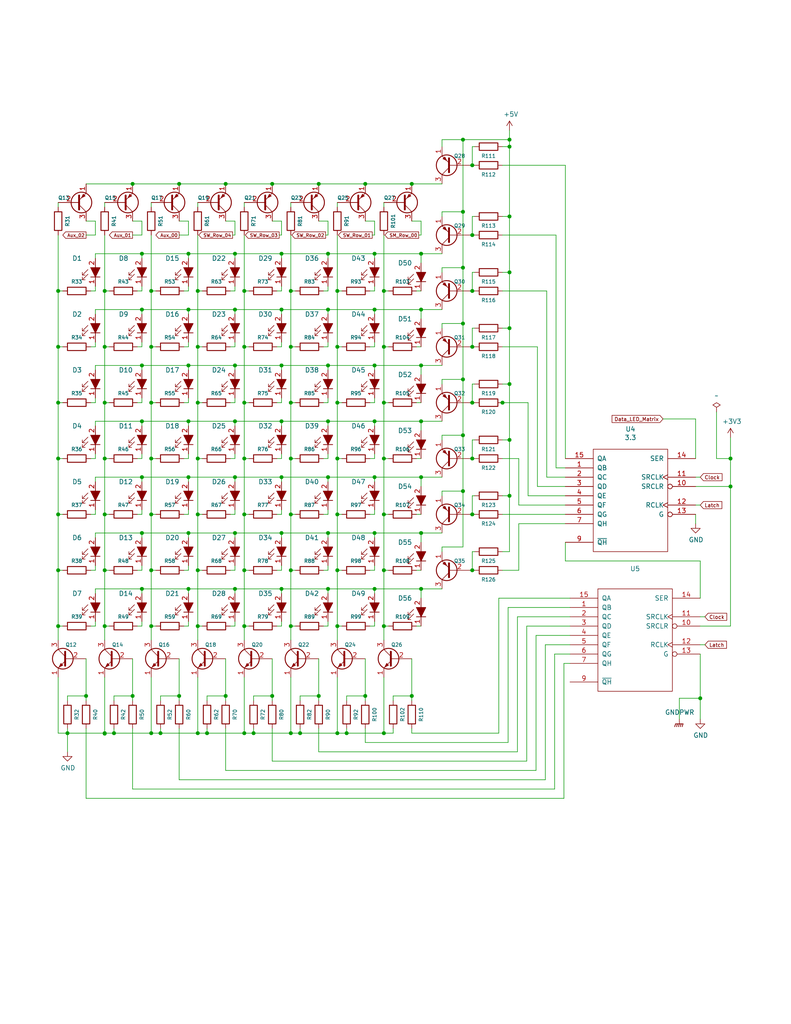
<source format=kicad_sch>
(kicad_sch (version 20211123) (generator eeschema)
  (paper "USLetter" portrait)
  (title_block (title "Drum Machine") (date "2018-06-15") (rev "V00") (company "Prototype Engineering Studio LLC"))
  (junction (at 99.695 50.165))
  (junction (at 31.115 200.025))
  (junction (at 139.065 135.255))
  (junction (at 114.935 99.695))
  (junction (at 53.975 94.615))
  (junction (at 89.535 84.455))
  (junction (at 128.905 45.085))
  (junction (at 114.935 69.215))
  (junction (at 76.835 145.415))
  (junction (at 94.615 200.025))
  (junction (at 15.875 155.575))
  (junction (at 92.075 140.335))
  (junction (at 41.275 155.575))
  (junction (at 128.905 155.575))
  (junction (at 28.575 200.152))
  (junction (at 36.195 50.165))
  (junction (at 89.535 114.935))
  (junction (at 102.235 84.455))
  (junction (at 23.495 189.865))
  (junction (at 48.895 50.165))
  (junction (at 28.575 170.815))
  (junction (at 53.975 170.815))
  (junction (at 38.735 69.215))
  (junction (at 15.875 140.335))
  (junction (at 126.365 118.745))
  (junction (at 104.775 94.615))
  (junction (at 76.835 114.935))
  (junction (at 38.735 160.655))
  (junction (at 66.675 79.375))
  (junction (at 41.275 200.025))
  (junction (at 28.575 155.575))
  (junction (at 114.935 114.935))
  (junction (at 28.575 200.025))
  (junction (at 104.775 200.025))
  (junction (at 41.275 170.815))
  (junction (at 15.875 109.855))
  (junction (at 199.39 132.715))
  (junction (at 79.375 125.095))
  (junction (at 139.065 104.775))
  (junction (at 104.775 140.335))
  (junction (at 38.735 130.175))
  (junction (at 36.195 189.865))
  (junction (at 51.435 99.695))
  (junction (at 102.235 145.415))
  (junction (at 51.435 69.215))
  (junction (at 139.065 89.535))
  (junction (at 15.875 170.815))
  (junction (at 102.235 130.175))
  (junction (at 18.415 200.025))
  (junction (at 41.275 125.095))
  (junction (at 89.535 69.215))
  (junction (at 76.835 99.695))
  (junction (at 15.875 94.615))
  (junction (at 126.365 133.985))
  (junction (at 86.995 189.865))
  (junction (at 102.235 114.935))
  (junction (at 66.675 94.615))
  (junction (at 126.365 88.265))
  (junction (at 64.135 160.655))
  (junction (at 128.905 125.095))
  (junction (at 128.905 64.135))
  (junction (at 139.065 74.295))
  (junction (at 114.935 84.455))
  (junction (at 92.075 109.855))
  (junction (at 53.975 200.025))
  (junction (at 53.975 79.375))
  (junction (at 126.365 73.025))
  (junction (at 128.905 140.335))
  (junction (at 102.235 99.695))
  (junction (at 51.435 145.415))
  (junction (at 199.39 125.095))
  (junction (at 104.775 79.375))
  (junction (at 114.935 145.415))
  (junction (at 53.975 125.095))
  (junction (at 15.875 125.095))
  (junction (at 114.935 130.175))
  (junction (at 64.135 114.935))
  (junction (at 79.375 170.815))
  (junction (at 79.375 140.335))
  (junction (at 104.775 109.855))
  (junction (at 139.065 40.005))
  (junction (at 104.775 170.815))
  (junction (at 139.065 38.1))
  (junction (at 92.075 200.025))
  (junction (at 53.975 155.575))
  (junction (at 104.775 155.575))
  (junction (at 104.775 125.095))
  (junction (at 41.275 109.855))
  (junction (at 38.735 114.935))
  (junction (at 137.16 109.855))
  (junction (at 64.135 145.415))
  (junction (at 51.435 84.455))
  (junction (at 64.135 69.215))
  (junction (at 51.435 130.175))
  (junction (at 126.365 103.505))
  (junction (at 15.875 79.375))
  (junction (at 92.075 155.575))
  (junction (at 38.735 84.455))
  (junction (at 48.895 189.865))
  (junction (at 89.535 160.655))
  (junction (at 28.575 125.095))
  (junction (at 102.235 69.215))
  (junction (at 86.995 50.165))
  (junction (at 28.575 140.335))
  (junction (at 64.135 84.455))
  (junction (at 53.975 140.335))
  (junction (at 79.375 155.575))
  (junction (at 139.065 59.055))
  (junction (at 92.075 125.095))
  (junction (at 53.975 109.855))
  (junction (at 41.275 140.335))
  (junction (at 79.375 200.025))
  (junction (at 64.135 130.175))
  (junction (at 41.275 79.375))
  (junction (at 61.595 50.165))
  (junction (at 76.835 130.175))
  (junction (at 191.135 190.5))
  (junction (at 28.575 109.855))
  (junction (at 128.905 94.615))
  (junction (at 74.295 189.865))
  (junction (at 89.535 99.695))
  (junction (at 126.365 38.1))
  (junction (at 66.675 125.095))
  (junction (at 102.235 160.655))
  (junction (at 112.395 189.865))
  (junction (at 139.065 120.015))
  (junction (at 92.075 94.615))
  (junction (at 43.815 200.025))
  (junction (at 66.675 200.025))
  (junction (at 61.595 189.865))
  (junction (at 76.835 160.655))
  (junction (at 79.375 94.615))
  (junction (at 92.075 79.375))
  (junction (at 41.275 94.615))
  (junction (at 126.365 57.785))
  (junction (at 66.675 109.855))
  (junction (at 51.435 160.655))
  (junction (at 38.735 145.415))
  (junction (at 92.075 170.815))
  (junction (at 114.935 160.655))
  (junction (at 81.915 200.025))
  (junction (at 76.835 84.455))
  (junction (at 79.375 79.375))
  (junction (at 89.535 145.415))
  (junction (at 51.435 114.935))
  (junction (at 99.695 189.865))
  (junction (at 76.835 69.215))
  (junction (at 66.675 155.575))
  (junction (at 69.215 200.025))
  (junction (at 38.735 99.695))
  (junction (at 112.395 50.165))
  (junction (at 66.675 140.335))
  (junction (at 128.905 79.375))
  (junction (at 66.675 170.815))
  (junction (at 89.535 130.175))
  (junction (at 28.575 94.615))
  (junction (at 128.905 109.855))
  (junction (at 28.575 79.375))
  (junction (at 79.375 109.855))
  (junction (at 56.515 200.025))
  (junction (at 64.135 99.695))
  (junction (at 74.295 50.165))
  (wire (pts (xy 155.575 180.975) (xy 153.924 180.975)))
  (wire (pts (xy 102.235 93.345) (xy 102.235 94.615)))
  (wire (pts (xy 76.835 140.335) (xy 75.565 140.335)))
  (wire (pts (xy 79.375 200.025) (xy 81.915 200.025)))
  (wire (pts (xy 199.39 132.715) (xy 199.39 170.815)))
  (wire (pts (xy 191.135 190.5) (xy 191.135 196.215)))
  (wire (pts (xy 64.135 125.095) (xy 62.865 125.095)))
  (wire (pts (xy 51.435 140.335) (xy 50.165 140.335)))
  (wire (pts (xy 129.54 59.055) (xy 128.905 59.055)))
  (wire (pts (xy 23.495 179.705) (xy 23.495 189.865)))
  (wire (pts (xy 80.645 125.095) (xy 79.375 125.095)))
  (wire (pts (xy 114.935 64.135) (xy 114.3 64.135)))
  (wire (pts (xy 28.575 109.855) (xy 28.575 125.095)))
  (wire (pts (xy 120.65 84.455) (xy 114.935 84.455)))
  (wire (pts (xy 53.975 184.785) (xy 53.975 200.025)))
  (wire (pts (xy 15.875 155.575) (xy 15.875 170.815)))
  (wire (pts (xy 137.16 109.855) (xy 144.145 109.855)))
  (wire (pts (xy 55.245 79.375) (xy 53.975 79.375)))
  (wire (pts (xy 51.435 125.095) (xy 50.165 125.095)))
  (wire (pts (xy 48.895 212.725) (xy 148.844 212.725)))
  (wire (pts (xy 26.035 78.105) (xy 26.035 79.375)))
  (wire (pts (xy 55.245 109.855) (xy 53.975 109.855)))
  (wire (pts (xy 26.035 60.325) (xy 26.035 64.135)))
  (wire (pts (xy 28.575 155.575) (xy 28.575 170.815)))
  (wire (pts (xy 129.54 89.535) (xy 128.905 89.535)))
  (wire (pts (xy 15.875 170.815) (xy 15.875 174.625)))
  (wire (pts (xy 151.765 64.135) (xy 151.765 127.635)))
  (wire (pts (xy 199.39 119.38) (xy 199.39 125.095)))
  (wire (pts (xy 26.035 94.615) (xy 24.765 94.615)))
  (wire (pts (xy 137.16 45.085) (xy 154.305 45.085)))
  (wire (pts (xy 76.835 94.615) (xy 75.565 94.615)))
  (wire (pts (xy 26.035 130.175) (xy 38.735 130.175)))
  (wire (pts (xy 146.304 210.185) (xy 61.595 210.185)))
  (wire (pts (xy 89.535 109.855) (xy 88.265 109.855)))
  (wire (pts (xy 26.035 93.345) (xy 26.035 94.615)))
  (wire (pts (xy 102.235 161.925) (xy 102.235 160.655)))
  (wire (pts (xy 76.835 139.065) (xy 76.835 140.335)))
  (wire (pts (xy 89.535 64.135) (xy 88.9 64.135)))
  (wire (pts (xy 148.844 175.895) (xy 155.575 175.895)))
  (wire (pts (xy 56.515 189.865) (xy 56.515 191.135)))
  (wire (pts (xy 51.435 131.445) (xy 51.435 130.175)))
  (wire (pts (xy 29.845 125.095) (xy 28.575 125.095)))
  (wire (pts (xy 141.224 205.105) (xy 86.995 205.105)))
  (wire (pts (xy 79.375 170.815) (xy 79.375 174.625)))
  (wire (pts (xy 189.865 125.095) (xy 189.865 114.3)))
  (wire (pts (xy 137.16 94.615) (xy 146.685 94.615)))
  (wire (pts (xy 92.075 125.095) (xy 92.075 140.335)))
  (wire (pts (xy 38.735 145.415) (xy 51.435 145.415)))
  (wire (pts (xy 128.27 125.095) (xy 128.905 125.095)))
  (wire (pts (xy 120.65 69.215) (xy 114.935 69.215)))
  (wire (pts (xy 154.305 132.715) (xy 146.685 132.715)))
  (wire (pts (xy 129.54 140.335) (xy 128.905 140.335)))
  (wire (pts (xy 191.135 178.435) (xy 191.135 190.5)))
  (wire (pts (xy 129.54 135.255) (xy 128.905 135.255)))
  (wire (pts (xy 80.645 170.815) (xy 79.375 170.815)))
  (wire (pts (xy 102.235 146.685) (xy 102.235 145.415)))
  (wire (pts (xy 128.905 64.135) (xy 129.54 64.135)))
  (wire (pts (xy 38.735 93.345) (xy 38.735 94.615)))
  (wire (pts (xy 31.115 198.755) (xy 31.115 200.025)))
  (wire (pts (xy 29.845 170.815) (xy 28.575 170.815)))
  (wire (pts (xy 53.975 170.815) (xy 53.975 174.625)))
  (wire (pts (xy 51.435 114.935) (xy 64.135 114.935)))
  (wire (pts (xy 148.844 212.725) (xy 148.844 175.895)))
  (wire (pts (xy 41.275 64.135) (xy 41.275 79.375)))
  (wire (pts (xy 76.835 70.485) (xy 76.835 69.215)))
  (wire (pts (xy 26.035 170.815) (xy 24.765 170.815)))
  (wire (pts (xy 114.935 86.995) (xy 114.935 84.455)))
  (wire (pts (xy 28.575 170.815) (xy 28.575 174.625)))
  (wire (pts (xy 38.735 114.935) (xy 51.435 114.935)))
  (wire (pts (xy 99.695 198.755) (xy 99.695 202.565)))
  (wire (pts (xy 76.835 84.455) (xy 89.535 84.455)))
  (wire (pts (xy 23.495 189.865) (xy 23.495 191.135)))
  (wire (pts (xy 26.035 131.445) (xy 26.035 130.175)))
  (wire (pts (xy 38.735 109.855) (xy 37.465 109.855)))
  (wire (pts (xy 64.135 114.935) (xy 76.835 114.935)))
  (wire (pts (xy 79.375 184.785) (xy 79.375 200.025)))
  (wire (pts (xy 107.315 200.025) (xy 107.315 198.755)))
  (wire (pts (xy 43.815 189.865) (xy 43.815 191.135)))
  (wire (pts (xy 38.735 131.445) (xy 38.735 130.175)))
  (wire (pts (xy 28.575 79.375) (xy 28.575 94.615)))
  (wire (pts (xy 112.395 50.165) (xy 120.65 50.165)))
  (wire (pts (xy 15.875 94.615) (xy 15.875 109.855)))
  (wire (pts (xy 89.535 139.065) (xy 89.535 140.335)))
  (wire (pts (xy 26.035 84.455) (xy 38.735 84.455)))
  (wire (pts (xy 141.605 137.795) (xy 154.305 137.795)))
  (wire (pts (xy 64.135 130.175) (xy 76.835 130.175)))
  (wire (pts (xy 136.144 163.195) (xy 136.144 200.025)))
  (wire (pts (xy 114.935 71.755) (xy 114.935 69.215)))
  (wire (pts (xy 185.42 190.5) (xy 191.135 190.5)))
  (wire (pts (xy 36.195 50.165) (xy 23.495 50.165)))
  (wire (pts (xy 43.815 200.025) (xy 53.975 200.025)))
  (wire (pts (xy 102.235 100.965) (xy 102.235 99.695)))
  (wire (pts (xy 89.535 170.815) (xy 88.265 170.815)))
  (wire (pts (xy 128.905 59.055) (xy 128.905 64.135)))
  (wire (pts (xy 99.695 189.865) (xy 99.695 191.135)))
  (wire (pts (xy 42.545 109.855) (xy 41.275 109.855)))
  (wire (pts (xy 128.27 109.855) (xy 128.905 109.855)))
  (wire (pts (xy 64.135 139.065) (xy 64.135 140.335)))
  (wire (pts (xy 18.415 189.865) (xy 18.415 191.135)))
  (wire (pts (xy 199.39 125.095) (xy 199.39 132.715)))
  (wire (pts (xy 128.905 135.255) (xy 128.905 140.335)))
  (wire (pts (xy 102.235 99.695) (xy 114.935 99.695)))
  (wire (pts (xy 41.275 140.335) (xy 41.275 155.575)))
  (wire (pts (xy 26.035 85.725) (xy 26.035 84.455)))
  (wire (pts (xy 64.135 169.545) (xy 64.135 170.815)))
  (wire (pts (xy 79.375 94.615) (xy 79.375 109.855)))
  (wire (pts (xy 51.435 160.655) (xy 64.135 160.655)))
  (wire (pts (xy 86.995 179.705) (xy 86.995 189.865)))
  (wire (pts (xy 154.305 130.175) (xy 149.225 130.175)))
  (wire (pts (xy 120.65 38.1) (xy 126.365 38.1)))
  (wire (pts (xy 126.365 57.785) (xy 126.365 73.025)))
  (wire (pts (xy 89.535 60.325) (xy 89.535 64.135)))
  (wire (pts (xy 92.075 56.515) (xy 92.075 55.245)))
  (wire (pts (xy 66.675 55.245) (xy 66.675 56.515)))
  (wire (pts (xy 102.235 84.455) (xy 114.935 84.455)))
  (wire (pts (xy 79.375 155.575) (xy 79.375 170.815)))
  (wire (pts (xy 155.575 173.355) (xy 146.304 173.355)))
  (wire (pts (xy 41.275 125.095) (xy 41.275 140.335)))
  (wire (pts (xy 81.915 198.755) (xy 81.915 200.025)))
  (wire (pts (xy 67.945 109.855) (xy 66.675 109.855)))
  (wire (pts (xy 26.035 69.215) (xy 38.735 69.215)))
  (wire (pts (xy 102.235 125.095) (xy 100.965 125.095)))
  (wire (pts (xy 191.135 153.035) (xy 191.135 163.195)))
  (wire (pts (xy 126.365 133.985) (xy 126.365 149.225)))
  (wire (pts (xy 89.535 145.415) (xy 102.235 145.415)))
  (wire (pts (xy 80.645 155.575) (xy 79.375 155.575)))
  (wire (pts (xy 69.215 189.865) (xy 69.215 191.135)))
  (wire (pts (xy 51.435 79.375) (xy 50.165 79.375)))
  (wire (pts (xy 17.145 140.335) (xy 15.875 140.335)))
  (wire (pts (xy 93.345 109.855) (xy 92.075 109.855)))
  (wire (pts (xy 102.235 131.445) (xy 102.235 130.175)))
  (wire (pts (xy 18.415 200.025) (xy 28.575 200.025)))
  (wire (pts (xy 51.435 170.815) (xy 50.165 170.815)))
  (wire (pts (xy 93.345 94.615) (xy 92.075 94.615)))
  (wire (pts (xy 114.935 163.195) (xy 114.935 160.655)))
  (wire (pts (xy 18.415 200.025) (xy 18.415 205.105)))
  (wire (pts (xy 42.545 79.375) (xy 41.275 79.375)))
  (wire (pts (xy 89.535 130.175) (xy 102.235 130.175)))
  (wire (pts (xy 102.235 169.545) (xy 102.235 170.815)))
  (wire (pts (xy 61.595 60.325) (xy 64.135 60.325)))
  (wire (pts (xy 15.875 64.135) (xy 15.875 79.375)))
  (wire (pts (xy 64.135 93.345) (xy 64.135 94.615)))
  (wire (pts (xy 55.245 94.615) (xy 53.975 94.615)))
  (wire (pts (xy 26.035 79.375) (xy 24.765 79.375)))
  (wire (pts (xy 41.275 184.785) (xy 41.275 200.025)))
  (wire (pts (xy 76.835 169.545) (xy 76.835 170.815)))
  (wire (pts (xy 80.645 140.335) (xy 79.375 140.335)))
  (wire (pts (xy 51.435 155.575) (xy 50.165 155.575)))
  (wire (pts (xy 102.235 85.725) (xy 102.235 84.455)))
  (wire (pts (xy 89.535 84.455) (xy 102.235 84.455)))
  (wire (pts (xy 64.135 78.105) (xy 64.135 79.375)))
  (wire (pts (xy 102.235 70.485) (xy 102.235 69.215)))
  (wire (pts (xy 15.875 184.785) (xy 15.875 200.025)))
  (wire (pts (xy 143.764 170.815) (xy 155.575 170.815)))
  (wire (pts (xy 120.65 160.655) (xy 114.935 160.655)))
  (wire (pts (xy 89.535 114.935) (xy 102.235 114.935)))
  (wire (pts (xy 76.835 85.725) (xy 76.835 84.455)))
  (wire (pts (xy 67.945 94.615) (xy 66.675 94.615)))
  (wire (pts (xy 36.195 179.705) (xy 36.195 189.865)))
  (wire (pts (xy 139.065 40.005) (xy 139.065 59.055)))
  (wire (pts (xy 139.065 104.775) (xy 139.065 120.015)))
  (wire (pts (xy 102.235 139.065) (xy 102.235 140.335)))
  (wire (pts (xy 64.135 123.825) (xy 64.135 125.095)))
  (wire (pts (xy 128.905 40.005) (xy 128.905 45.085)))
  (wire (pts (xy 28.575 200.025) (xy 28.575 200.152)))
  (wire (pts (xy 106.045 79.375) (xy 104.775 79.375)))
  (wire (pts (xy 38.735 123.825) (xy 38.735 125.095)))
  (wire (pts (xy 102.235 60.325) (xy 102.235 64.135)))
  (wire (pts (xy 61.595 50.165) (xy 48.895 50.165)))
  (wire (pts (xy 120.65 88.265) (xy 120.65 89.535)))
  (wire (pts (xy 120.65 73.025) (xy 120.65 74.295)))
  (wire (pts (xy 120.65 133.985) (xy 120.65 135.255)))
  (wire (pts (xy 17.145 125.095) (xy 15.875 125.095)))
  (wire (pts (xy 151.384 215.265) (xy 36.195 215.265)))
  (wire (pts (xy 55.245 140.335) (xy 53.975 140.335)))
  (wire (pts (xy 48.895 212.725) (xy 48.895 198.755)))
  (wire (pts (xy 15.875 125.095) (xy 15.875 140.335)))
  (wire (pts (xy 89.535 146.685) (xy 89.535 145.415)))
  (wire (pts (xy 106.045 140.335) (xy 104.775 140.335)))
  (wire (pts (xy 99.695 179.705) (xy 99.695 189.865)))
  (wire (pts (xy 51.435 108.585) (xy 51.435 109.855)))
  (wire (pts (xy 64.135 140.335) (xy 62.865 140.335)))
  (wire (pts (xy 51.435 145.415) (xy 64.135 145.415)))
  (wire (pts (xy 114.935 109.855) (xy 113.665 109.855)))
  (wire (pts (xy 51.435 84.455) (xy 64.135 84.455)))
  (wire (pts (xy 69.215 198.755) (xy 69.215 200.025)))
  (wire (pts (xy 114.935 147.955) (xy 114.935 145.415)))
  (wire (pts (xy 102.235 94.615) (xy 100.965 94.615)))
  (wire (pts (xy 76.835 78.105) (xy 76.835 79.375)))
  (wire (pts (xy 41.275 170.815) (xy 41.275 174.625)))
  (wire (pts (xy 64.135 161.925) (xy 64.135 160.655)))
  (wire (pts (xy 66.675 94.615) (xy 66.675 109.855)))
  (wire (pts (xy 137.16 150.495) (xy 139.065 150.495)))
  (wire (pts (xy 149.225 130.175) (xy 149.225 79.375)))
  (wire (pts (xy 114.935 170.815) (xy 113.665 170.815)))
  (wire (pts (xy 102.235 78.105) (xy 102.235 79.375)))
  (wire (pts (xy 53.975 200.025) (xy 56.515 200.025)))
  (wire (pts (xy 92.075 200.025) (xy 94.615 200.025)))
  (wire (pts (xy 51.435 139.065) (xy 51.435 140.335)))
  (wire (pts (xy 139.065 40.005) (xy 139.065 38.1)))
  (wire (pts (xy 191.135 137.795) (xy 189.865 137.795)))
  (wire (pts (xy 106.045 170.815) (xy 104.775 170.815)))
  (wire (pts (xy 67.945 140.335) (xy 66.675 140.335)))
  (wire (pts (xy 79.375 109.855) (xy 79.375 125.095)))
  (wire (pts (xy 29.845 79.375) (xy 28.575 79.375)))
  (wire (pts (xy 92.075 109.855) (xy 92.075 125.095)))
  (wire (pts (xy 51.435 169.545) (xy 51.435 170.815)))
  (wire (pts (xy 114.935 94.615) (xy 113.665 94.615)))
  (wire (pts (xy 64.135 70.485) (xy 64.135 69.215)))
  (wire (pts (xy 129.54 104.775) (xy 128.905 104.775)))
  (wire (pts (xy 89.535 169.545) (xy 89.535 170.815)))
  (wire (pts (xy 48.895 179.705) (xy 48.895 189.865)))
  (wire (pts (xy 154.305 142.875) (xy 141.605 142.875)))
  (wire (pts (xy 64.135 84.455) (xy 76.835 84.455)))
  (wire (pts (xy 74.295 207.645) (xy 143.764 207.645)))
  (wire (pts (xy 55.245 125.095) (xy 53.975 125.095)))
  (wire (pts (xy 126.365 38.1) (xy 126.365 57.785)))
  (wire (pts (xy 66.675 79.375) (xy 66.675 94.615)))
  (wire (pts (xy 154.305 147.955) (xy 154.305 153.035)))
  (wire (pts (xy 128.905 45.085) (xy 129.54 45.085)))
  (wire (pts (xy 107.315 189.865) (xy 107.315 191.135)))
  (wire (pts (xy 106.045 125.095) (xy 104.775 125.095)))
  (wire (pts (xy 51.435 85.725) (xy 51.435 84.455)))
  (wire (pts (xy 153.924 217.805) (xy 23.495 217.805)))
  (wire (pts (xy 67.945 170.815) (xy 66.675 170.815)))
  (wire (pts (xy 51.435 60.325) (xy 51.435 64.135)))
  (wire (pts (xy 143.764 207.645) (xy 143.764 170.815)))
  (wire (pts (xy 126.365 103.505) (xy 126.365 118.745)))
  (wire (pts (xy 38.735 160.655) (xy 51.435 160.655)))
  (wire (pts (xy 69.215 200.025) (xy 79.375 200.025)))
  (wire (pts (xy 81.915 200.025) (xy 92.075 200.025)))
  (wire (pts (xy 94.615 200.025) (xy 104.775 200.025)))
  (wire (pts (xy 76.835 79.375) (xy 75.565 79.375)))
  (wire (pts (xy 67.945 125.095) (xy 66.675 125.095)))
  (wire (pts (xy 26.035 109.855) (xy 24.765 109.855)))
  (wire (pts (xy 112.395 60.325) (xy 114.935 60.325)))
  (wire (pts (xy 102.235 160.655) (xy 114.935 160.655)))
  (wire (pts (xy 128.905 89.535) (xy 128.905 94.615)))
  (wire (pts (xy 38.735 69.215) (xy 51.435 69.215)))
  (wire (pts (xy 69.215 189.865) (xy 74.295 189.865)))
  (wire (pts (xy 102.235 69.215) (xy 114.935 69.215)))
  (wire (pts (xy 53.975 64.135) (xy 53.975 79.375)))
  (wire (pts (xy 55.245 155.575) (xy 53.975 155.575)))
  (wire (pts (xy 66.675 184.785) (xy 66.675 200.025)))
  (wire (pts (xy 38.735 161.925) (xy 38.735 160.655)))
  (wire (pts (xy 76.835 160.655) (xy 89.535 160.655)))
  (wire (pts (xy 114.935 79.375) (xy 113.665 79.375)))
  (wire (pts (xy 154.305 45.085) (xy 154.305 125.095)))
  (wire (pts (xy 92.075 140.335) (xy 92.075 155.575)))
  (wire (pts (xy 112.395 179.705) (xy 112.395 189.865)))
  (wire (pts (xy 48.895 60.325) (xy 51.435 60.325)))
  (wire (pts (xy 26.035 125.095) (xy 24.765 125.095)))
  (wire (pts (xy 64.135 69.215) (xy 76.835 69.215)))
  (wire (pts (xy 137.16 140.335) (xy 154.305 140.335)))
  (wire (pts (xy 15.875 200.025) (xy 18.415 200.025)))
  (wire (pts (xy 64.135 131.445) (xy 64.135 130.175)))
  (wire (pts (xy 191.135 168.275) (xy 192.405 168.275)))
  (wire (pts (xy 66.675 170.815) (xy 66.675 174.625)))
  (wire (pts (xy 89.535 69.215) (xy 102.235 69.215)))
  (wire (pts (xy 114.935 145.415) (xy 120.65 145.415)))
  (wire (pts (xy 120.65 40.005) (xy 120.65 38.1)))
  (wire (pts (xy 48.895 189.865) (xy 48.895 191.135)))
  (wire (pts (xy 26.035 70.485) (xy 26.035 69.215)))
  (wire (pts (xy 31.115 200.025) (xy 41.275 200.025)))
  (wire (pts (xy 126.365 57.785) (xy 120.65 57.785)))
  (wire (pts (xy 56.515 189.865) (xy 61.595 189.865)))
  (wire (pts (xy 104.775 170.815) (xy 104.775 174.625)))
  (wire (pts (xy 64.135 64.135) (xy 63.5 64.135)))
  (wire (pts (xy 38.735 140.335) (xy 37.465 140.335)))
  (wire (pts (xy 155.575 178.435) (xy 151.384 178.435)))
  (wire (pts (xy 31.115 189.865) (xy 36.195 189.865)))
  (wire (pts (xy 15.875 140.335) (xy 15.875 155.575)))
  (wire (pts (xy 102.235 130.175) (xy 114.935 130.175)))
  (wire (pts (xy 102.235 79.375) (xy 100.965 79.375)))
  (wire (pts (xy 74.295 179.705) (xy 74.295 189.865)))
  (wire (pts (xy 41.275 94.615) (xy 41.275 109.855)))
  (wire (pts (xy 126.365 73.025) (xy 120.65 73.025)))
  (wire (pts (xy 38.735 108.585) (xy 38.735 109.855)))
  (wire (pts (xy 64.135 170.815) (xy 62.865 170.815)))
  (wire (pts (xy 17.145 79.375) (xy 15.875 79.375)))
  (wire (pts (xy 28.575 55.245) (xy 28.575 56.515)))
  (wire (pts (xy 42.545 125.095) (xy 41.275 125.095)))
  (wire (pts (xy 104.775 94.615) (xy 104.775 109.855)))
  (wire (pts (xy 191.135 130.175) (xy 189.865 130.175)))
  (wire (pts (xy 38.735 94.615) (xy 37.465 94.615)))
  (wire (pts (xy 153.924 180.975) (xy 153.924 217.805)))
  (wire (pts (xy 129.54 155.575) (xy 128.905 155.575)))
  (wire (pts (xy 86.995 198.755) (xy 86.995 205.105)))
  (wire (pts (xy 67.945 155.575) (xy 66.675 155.575)))
  (wire (pts (xy 53.975 140.335) (xy 53.975 155.575)))
  (wire (pts (xy 92.075 64.135) (xy 92.075 79.375)))
  (wire (pts (xy 26.035 140.335) (xy 24.765 140.335)))
  (wire (pts (xy 38.735 116.205) (xy 38.735 114.935)))
  (wire (pts (xy 104.775 140.335) (xy 104.775 155.575)))
  (wire (pts (xy 94.615 189.865) (xy 94.615 191.135)))
  (wire (pts (xy 51.435 100.965) (xy 51.435 99.695)))
  (wire (pts (xy 137.16 89.535) (xy 139.065 89.535)))
  (wire (pts (xy 104.775 200.025) (xy 107.315 200.025)))
  (wire (pts (xy 128.905 120.015) (xy 128.905 125.095)))
  (wire (pts (xy 74.295 189.865) (xy 74.295 191.135)))
  (wire (pts (xy 155.575 168.275) (xy 141.224 168.275)))
  (wire (pts (xy 76.835 130.175) (xy 89.535 130.175)))
  (wire (pts (xy 67.945 79.375) (xy 66.675 79.375)))
  (wire (pts (xy 74.295 198.755) (xy 74.295 207.645)))
  (wire (pts (xy 129.54 79.375) (xy 128.905 79.375)))
  (wire (pts (xy 102.235 155.575) (xy 100.965 155.575)))
  (wire (pts (xy 151.765 127.635) (xy 154.305 127.635)))
  (wire (pts (xy 89.535 161.925) (xy 89.535 160.655)))
  (wire (pts (xy 26.035 160.655) (xy 38.735 160.655)))
  (wire (pts (xy 89.535 100.965) (xy 89.535 99.695)))
  (wire (pts (xy 38.735 84.455) (xy 51.435 84.455)))
  (wire (pts (xy 15.875 79.375) (xy 15.875 94.615)))
  (wire (pts (xy 120.65 149.225) (xy 120.65 150.495)))
  (wire (pts (xy 89.535 108.585) (xy 89.535 109.855)))
  (wire (pts (xy 126.365 133.985) (xy 120.65 133.985)))
  (wire (pts (xy 154.305 153.035) (xy 191.135 153.035)))
  (wire (pts (xy 23.495 60.325) (xy 26.035 60.325)))
  (wire (pts (xy 126.365 149.225) (xy 120.65 149.225)))
  (wire (pts (xy 102.235 108.585) (xy 102.235 109.855)))
  (wire (pts (xy 51.435 78.105) (xy 51.435 79.375)))
  (wire (pts (xy 66.675 64.135) (xy 66.675 79.375)))
  (wire (pts (xy 139.065 38.1) (xy 139.065 35.56)))
  (wire (pts (xy 99.695 60.325) (xy 102.235 60.325)))
  (wire (pts (xy 129.54 150.495) (xy 128.905 150.495)))
  (wire (pts (xy 192.405 175.895) (xy 191.135 175.895)))
  (wire (pts (xy 76.835 93.345) (xy 76.835 94.615)))
  (wire (pts (xy 139.065 89.535) (xy 139.065 104.775)))
  (wire (pts (xy 76.835 100.965) (xy 76.835 99.695)))
  (wire (pts (xy 41.275 109.855) (xy 41.275 125.095)))
  (wire (pts (xy 38.735 64.135) (xy 36.195 64.135)))
  (wire (pts (xy 38.735 100.965) (xy 38.735 99.695)))
  (wire (pts (xy 129.54 109.855) (xy 128.905 109.855)))
  (wire (pts (xy 120.65 114.935) (xy 114.935 114.935)))
  (wire (pts (xy 104.775 56.515) (xy 104.775 55.245)))
  (wire (pts (xy 28.575 184.785) (xy 28.575 200.025)))
  (wire (pts (xy 26.035 139.065) (xy 26.035 140.335)))
  (wire (pts (xy 66.675 125.095) (xy 66.675 140.335)))
  (wire (pts (xy 81.915 189.865) (xy 86.995 189.865)))
  (wire (pts (xy 64.135 85.725) (xy 64.135 84.455)))
  (wire (pts (xy 138.684 165.735) (xy 155.575 165.735)))
  (wire (pts (xy 15.875 109.855) (xy 15.875 125.095)))
  (wire (pts (xy 126.365 38.1) (xy 139.065 38.1)))
  (wire (pts (xy 89.535 85.725) (xy 89.535 84.455)))
  (wire (pts (xy 126.365 118.745) (xy 126.365 133.985)))
  (wire (pts (xy 53.975 94.615) (xy 53.975 109.855)))
  (wire (pts (xy 89.535 123.825) (xy 89.535 125.095)))
  (wire (pts (xy 137.16 120.015) (xy 139.065 120.015)))
  (wire (pts (xy 64.135 155.575) (xy 62.865 155.575)))
  (wire (pts (xy 76.835 145.415) (xy 89.535 145.415)))
  (wire (pts (xy 120.65 99.695) (xy 114.935 99.695)))
  (wire (pts (xy 93.345 79.375) (xy 92.075 79.375)))
  (wire (pts (xy 38.735 70.485) (xy 38.735 69.215)))
  (wire (pts (xy 92.075 170.815) (xy 92.075 174.625)))
  (wire (pts (xy 189.865 114.3) (xy 180.975 114.3)))
  (wire (pts (xy 126.365 103.505) (xy 120.65 103.505)))
  (wire (pts (xy 128.905 104.775) (xy 128.905 109.855)))
  (wire (pts (xy 76.835 109.855) (xy 75.565 109.855)))
  (wire (pts (xy 51.435 130.175) (xy 64.135 130.175)))
  (wire (pts (xy 114.935 155.575) (xy 113.665 155.575)))
  (wire (pts (xy 104.775 184.785) (xy 104.775 200.025)))
  (wire (pts (xy 144.145 135.255) (xy 154.305 135.255)))
  (wire (pts (xy 51.435 161.925) (xy 51.435 160.655)))
  (wire (pts (xy 104.775 64.135) (xy 104.775 79.375)))
  (wire (pts (xy 56.515 198.755) (xy 56.515 200.025)))
  (wire (pts (xy 126.365 88.265) (xy 126.365 103.505)))
  (wire (pts (xy 104.775 79.375) (xy 104.775 94.615)))
  (wire (pts (xy 114.935 102.235) (xy 114.935 99.695)))
  (wire (pts (xy 86.995 50.165) (xy 74.295 50.165)))
  (wire (pts (xy 102.235 170.815) (xy 100.965 170.815)))
  (wire (pts (xy 139.065 59.055) (xy 139.065 74.295)))
  (wire (pts (xy 64.135 60.325) (xy 64.135 64.135)))
  (wire (pts (xy 102.235 123.825) (xy 102.235 125.095)))
  (wire (pts (xy 86.995 189.865) (xy 86.995 191.135)))
  (wire (pts (xy 146.685 132.715) (xy 146.685 94.615)))
  (wire (pts (xy 86.995 60.325) (xy 89.535 60.325)))
  (wire (pts (xy 136.144 200.025) (xy 112.395 200.025)))
  (wire (pts (xy 79.375 125.095) (xy 79.375 140.335)))
  (wire (pts (xy 102.235 114.935) (xy 114.935 114.935)))
  (wire (pts (xy 26.035 155.575) (xy 24.765 155.575)))
  (wire (pts (xy 93.345 170.815) (xy 92.075 170.815)))
  (wire (pts (xy 102.235 64.135) (xy 101.6 64.135)))
  (wire (pts (xy 38.735 170.815) (xy 37.465 170.815)))
  (wire (pts (xy 106.045 109.855) (xy 104.775 109.855)))
  (wire (pts (xy 17.145 94.615) (xy 15.875 94.615)))
  (wire (pts (xy 61.595 189.865) (xy 61.595 191.135)))
  (wire (pts (xy 38.735 130.175) (xy 51.435 130.175)))
  (wire (pts (xy 38.735 60.325) (xy 38.735 64.135)))
  (wire (pts (xy 195.58 125.095) (xy 199.39 125.095)))
  (wire (pts (xy 31.115 189.865) (xy 31.115 191.135)))
  (wire (pts (xy 26.035 114.935) (xy 38.735 114.935)))
  (wire (pts (xy 17.145 109.855) (xy 15.875 109.855)))
  (wire (pts (xy 66.675 109.855) (xy 66.675 125.095)))
  (wire (pts (xy 89.535 78.105) (xy 89.535 79.375)))
  (wire (pts (xy 189.865 132.715) (xy 199.39 132.715)))
  (wire (pts (xy 64.135 99.695) (xy 76.835 99.695)))
  (wire (pts (xy 94.615 189.865) (xy 99.695 189.865)))
  (wire (pts (xy 76.835 60.325) (xy 76.835 64.135)))
  (wire (pts (xy 79.375 56.515) (xy 79.375 55.245)))
  (wire (pts (xy 106.045 155.575) (xy 104.775 155.575)))
  (wire (pts (xy 129.54 120.015) (xy 128.905 120.015)))
  (wire (pts (xy 38.735 146.685) (xy 38.735 145.415)))
  (wire (pts (xy 28.575 140.335) (xy 28.575 155.575)))
  (wire (pts (xy 81.915 189.865) (xy 81.915 191.135)))
  (wire (pts (xy 114.935 60.325) (xy 114.935 64.135)))
  (wire (pts (xy 64.135 160.655) (xy 76.835 160.655)))
  (wire (pts (xy 102.235 154.305) (xy 102.235 155.575)))
  (wire (pts (xy 128.905 74.295) (xy 128.905 79.375)))
  (wire (pts (xy 61.595 210.185) (xy 61.595 198.755)))
  (wire (pts (xy 64.135 145.415) (xy 76.835 145.415)))
  (wire (pts (xy 99.695 202.565) (xy 138.684 202.565)))
  (wire (pts (xy 76.835 170.815) (xy 75.565 170.815)))
  (wire (pts (xy 38.735 85.725) (xy 38.735 84.455)))
  (wire (pts (xy 38.735 125.095) (xy 37.465 125.095)))
  (wire (pts (xy 26.035 145.415) (xy 38.735 145.415)))
  (wire (pts (xy 138.684 202.565) (xy 138.684 165.735)))
  (wire (pts (xy 76.835 125.095) (xy 75.565 125.095)))
  (wire (pts (xy 126.365 73.025) (xy 126.365 88.265)))
  (wire (pts (xy 120.65 118.745) (xy 120.65 120.015)))
  (wire (pts (xy 191.135 170.815) (xy 199.39 170.815)))
  (wire (pts (xy 79.375 79.375) (xy 79.375 94.615)))
  (wire (pts (xy 139.065 135.255) (xy 139.065 150.495)))
  (wire (pts (xy 53.975 55.245) (xy 53.975 56.515)))
  (wire (pts (xy 89.535 79.375) (xy 88.265 79.375)))
  (wire (pts (xy 29.845 140.335) (xy 28.575 140.335)))
  (wire (pts (xy 89.535 154.305) (xy 89.535 155.575)))
  (wire (pts (xy 141.224 168.275) (xy 141.224 205.105)))
  (wire (pts (xy 28.575 94.615) (xy 28.575 109.855)))
  (wire (pts (xy 51.435 70.485) (xy 51.435 69.215)))
  (wire (pts (xy 89.535 94.615) (xy 88.265 94.615)))
  (wire (pts (xy 128.27 94.615) (xy 128.905 94.615)))
  (wire (pts (xy 114.935 140.335) (xy 113.665 140.335)))
  (wire (pts (xy 94.615 198.755) (xy 94.615 200.025)))
  (wire (pts (xy 151.384 178.435) (xy 151.384 215.265)))
  (wire (pts (xy 89.535 125.095) (xy 88.265 125.095)))
  (wire (pts (xy 89.535 99.695) (xy 102.235 99.695)))
  (wire (pts (xy 89.535 160.655) (xy 102.235 160.655)))
  (wire (pts (xy 28.575 64.135) (xy 28.575 79.375)))
  (wire (pts (xy 43.815 198.755) (xy 43.815 200.025)))
  (wire (pts (xy 114.935 132.715) (xy 114.935 130.175)))
  (wire (pts (xy 64.135 109.855) (xy 62.865 109.855)))
  (wire (pts (xy 76.835 64.135) (xy 76.2 64.135)))
  (wire (pts (xy 64.135 154.305) (xy 64.135 155.575)))
  (wire (pts (xy 26.035 123.825) (xy 26.035 125.095)))
  (wire (pts (xy 79.375 140.335) (xy 79.375 155.575)))
  (wire (pts (xy 38.735 139.065) (xy 38.735 140.335)))
  (wire (pts (xy 102.235 145.415) (xy 114.935 145.415)))
  (wire (pts (xy 128.905 150.495) (xy 128.905 155.575)))
  (wire (pts (xy 195.58 112.395) (xy 195.58 125.095)))
  (wire (pts (xy 128.27 155.575) (xy 128.905 155.575)))
  (wire (pts (xy 42.545 155.575) (xy 41.275 155.575)))
  (wire (pts (xy 17.145 155.575) (xy 15.875 155.575)))
  (wire (pts (xy 80.645 109.855) (xy 79.375 109.855)))
  (wire (pts (xy 42.545 94.615) (xy 41.275 94.615)))
  (wire (pts (xy 74.295 60.325) (xy 76.835 60.325)))
  (wire (pts (xy 38.735 155.575) (xy 37.465 155.575)))
  (wire (pts (xy 41.275 155.575) (xy 41.275 170.815)))
  (wire (pts (xy 89.535 70.485) (xy 89.535 69.215)))
  (wire (pts (xy 141.605 125.095) (xy 141.605 137.795)))
  (wire (pts (xy 144.145 109.855) (xy 144.145 135.255)))
  (wire (pts (xy 114.935 125.095) (xy 113.665 125.095)))
  (wire (pts (xy 42.545 140.335) (xy 41.275 140.335)))
  (wire (pts (xy 23.495 198.755) (xy 23.495 217.805)))
  (wire (pts (xy 137.16 135.255) (xy 139.065 135.255)))
  (wire (pts (xy 92.075 184.785) (xy 92.075 200.025)))
  (wire (pts (xy 107.315 189.865) (xy 112.395 189.865)))
  (wire (pts (xy 76.835 161.925) (xy 76.835 160.655)))
  (wire (pts (xy 89.535 155.575) (xy 88.265 155.575)))
  (wire (pts (xy 51.435 154.305) (xy 51.435 155.575)))
  (wire (pts (xy 93.345 140.335) (xy 92.075 140.335)))
  (wire (pts (xy 51.435 64.135) (xy 48.895 64.135)))
  (wire (pts (xy 128.27 79.375) (xy 128.905 79.375)))
  (wire (pts (xy 76.835 155.575) (xy 75.565 155.575)))
  (wire (pts (xy 26.035 99.695) (xy 38.735 99.695)))
  (wire (pts (xy 76.835 123.825) (xy 76.835 125.095)))
  (wire (pts (xy 139.065 120.015) (xy 139.065 135.255)))
  (wire (pts (xy 137.16 79.375) (xy 149.225 79.375)))
  (wire (pts (xy 51.435 146.685) (xy 51.435 145.415)))
  (wire (pts (xy 126.365 88.265) (xy 120.65 88.265)))
  (wire (pts (xy 120.65 57.785) (xy 120.65 59.055)))
  (wire (pts (xy 26.035 116.205) (xy 26.035 114.935)))
  (wire (pts (xy 42.545 170.815) (xy 41.275 170.815)))
  (wire (pts (xy 89.535 140.335) (xy 88.265 140.335)))
  (wire (pts (xy 76.835 116.205) (xy 76.835 114.935)))
  (wire (pts (xy 76.835 99.695) (xy 89.535 99.695)))
  (wire (pts (xy 36.195 215.265) (xy 36.195 198.755)))
  (wire (pts (xy 51.435 99.695) (xy 64.135 99.695)))
  (wire (pts (xy 41.275 79.375) (xy 41.275 94.615)))
  (wire (pts (xy 66.675 200.025) (xy 69.215 200.025)))
  (wire (pts (xy 92.075 94.615) (xy 92.075 109.855)))
  (wire (pts (xy 79.375 64.135) (xy 79.375 79.375)))
  (wire (pts (xy 76.835 69.215) (xy 89.535 69.215)))
  (wire (pts (xy 53.975 109.855) (xy 53.975 125.095)))
  (wire (pts (xy 41.275 55.245) (xy 41.275 56.515)))
  (wire (pts (xy 76.835 154.305) (xy 76.835 155.575)))
  (wire (pts (xy 64.135 108.585) (xy 64.135 109.855)))
  (wire (pts (xy 18.415 189.865) (xy 23.495 189.865)))
  (wire (pts (xy 128.905 125.095) (xy 129.54 125.095)))
  (wire (pts (xy 80.645 94.615) (xy 79.375 94.615)))
  (wire (pts (xy 64.135 116.205) (xy 64.135 114.935)))
  (wire (pts (xy 76.835 114.935) (xy 89.535 114.935)))
  (wire (pts (xy 36.195 60.325) (xy 38.735 60.325)))
  (wire (pts (xy 64.135 100.965) (xy 64.135 99.695)))
  (wire (pts (xy 80.645 79.375) (xy 79.375 79.375)))
  (wire (pts (xy 102.235 116.205) (xy 102.235 114.935)))
  (wire (pts (xy 89.535 131.445) (xy 89.535 130.175)))
  (wire (pts (xy 26.035 108.585) (xy 26.035 109.855)))
  (wire (pts (xy 112.395 198.755) (xy 112.395 200.025)))
  (wire (pts (xy 48.895 50.165) (xy 36.195 50.165)))
  (wire (pts (xy 128.27 45.085) (xy 128.905 45.085)))
  (wire (pts (xy 29.845 94.615) (xy 28.575 94.615)))
  (wire (pts (xy 137.16 40.005) (xy 139.065 40.005)))
  (wire (pts (xy 53.975 125.095) (xy 53.975 140.335)))
  (wire (pts (xy 38.735 79.375) (xy 37.465 79.375)))
  (wire (pts (xy 38.735 99.695) (xy 51.435 99.695)))
  (wire (pts (xy 139.065 74.295) (xy 139.065 89.535)))
  (wire (pts (xy 53.975 79.375) (xy 53.975 94.615)))
  (wire (pts (xy 53.975 155.575) (xy 53.975 170.815)))
  (wire (pts (xy 26.035 146.685) (xy 26.035 145.415)))
  (wire (pts (xy 141.605 142.875) (xy 141.605 155.575)))
  (wire (pts (xy 51.435 123.825) (xy 51.435 125.095)))
  (wire (pts (xy 128.27 64.135) (xy 128.905 64.135)))
  (wire (pts (xy 102.235 109.855) (xy 100.965 109.855)))
  (wire (pts (xy 41.275 200.025) (xy 43.815 200.025)))
  (wire (pts (xy 146.304 173.355) (xy 146.304 210.185)))
  (wire (pts (xy 76.835 108.585) (xy 76.835 109.855)))
  (wire (pts (xy 29.845 109.855) (xy 28.575 109.855)))
  (wire (pts (xy 137.16 104.775) (xy 139.065 104.775)))
  (wire (pts (xy 51.435 116.205) (xy 51.435 114.935)))
  (wire (pts (xy 126.365 118.745) (xy 120.65 118.745)))
  (wire (pts (xy 189.865 140.335) (xy 189.865 142.875)))
  (wire (pts (xy 136.525 109.855) (xy 137.16 109.855)))
  (wire (pts (xy 76.835 146.685) (xy 76.835 145.415)))
  (wire (pts (xy 61.595 179.705) (xy 61.595 189.865)))
  (wire (pts (xy 99.695 50.165) (xy 86.995 50.165)))
  (wire (pts (xy 51.435 93.345) (xy 51.435 94.615)))
  (wire (pts (xy 26.035 64.135) (xy 23.495 64.135)))
  (wire (pts (xy 64.135 79.375) (xy 62.865 79.375)))
  (wire (pts (xy 28.575 125.095) (xy 28.575 140.335)))
  (wire (pts (xy 38.735 78.105) (xy 38.735 79.375)))
  (wire (pts (xy 51.435 109.855) (xy 50.165 109.855)))
  (wire (pts (xy 15.875 55.245) (xy 15.875 56.515)))
  (wire (pts (xy 66.675 155.575) (xy 66.675 170.815)))
  (wire (pts (xy 93.345 125.095) (xy 92.075 125.095)))
  (wire (pts (xy 185.42 196.215) (xy 185.42 190.5)))
  (wire (pts (xy 137.16 64.135) (xy 151.765 64.135)))
  (wire (pts (xy 55.245 170.815) (xy 53.975 170.815)))
  (wire (pts (xy 137.16 74.295) (xy 139.065 74.295)))
  (wire (pts (xy 51.435 94.615) (xy 50.165 94.615)))
  (wire (pts (xy 112.395 50.165) (xy 99.695 50.165)))
  (wire (pts (xy 92.075 155.575) (xy 92.075 170.815)))
  (wire (pts (xy 38.735 154.305) (xy 38.735 155.575)))
  (wire (pts (xy 26.035 100.965) (xy 26.035 99.695)))
  (wire (pts (xy 137.16 155.575) (xy 141.605 155.575)))
  (wire (pts (xy 43.815 189.865) (xy 48.895 189.865)))
  (wire (pts (xy 104.775 155.575) (xy 104.775 170.815)))
  (wire (pts (xy 128.905 94.615) (xy 129.54 94.615)))
  (wire (pts (xy 36.195 189.865) (xy 36.195 191.135)))
  (wire (pts (xy 120.65 103.505) (xy 120.65 104.775)))
  (wire (pts (xy 120.65 130.175) (xy 114.935 130.175)))
  (wire (pts (xy 137.16 125.095) (xy 141.605 125.095)))
  (wire (pts (xy 112.395 189.865) (xy 112.395 191.135)))
  (wire (pts (xy 64.135 94.615) (xy 62.865 94.615)))
  (wire (pts (xy 106.045 94.615) (xy 104.775 94.615)))
  (wire (pts (xy 89.535 116.205) (xy 89.535 114.935)))
  (wire (pts (xy 29.845 155.575) (xy 28.575 155.575)))
  (wire (pts (xy 17.145 170.815) (xy 15.875 170.815)))
  (wire (pts (xy 38.735 169.545) (xy 38.735 170.815)))
  (wire (pts (xy 92.075 79.375) (xy 92.075 94.615)))
  (wire (pts (xy 66.675 140.335) (xy 66.675 155.575)))
  (wire (pts (xy 26.035 169.545) (xy 26.035 170.815)))
  (wire (pts (xy 26.035 154.305) (xy 26.035 155.575)))
  (wire (pts (xy 137.16 59.055) (xy 139.065 59.055)))
  (wire (pts (xy 129.54 74.295) (xy 128.905 74.295)))
  (wire (pts (xy 28.575 200.025) (xy 31.115 200.025)))
  (wire (pts (xy 89.535 93.345) (xy 89.535 94.615)))
  (wire (pts (xy 104.775 109.855) (xy 104.775 125.095)))
  (wire (pts (xy 74.295 50.165) (xy 61.595 50.165)))
  (wire (pts (xy 155.575 163.195) (xy 136.144 163.195)))
  (wire (pts (xy 76.835 131.445) (xy 76.835 130.175)))
  (wire (pts (xy 102.235 140.335) (xy 100.965 140.335)))
  (wire (pts (xy 128.27 140.335) (xy 128.905 140.335)))
  (wire (pts (xy 51.435 69.215) (xy 64.135 69.215)))
  (wire (pts (xy 18.415 198.755) (xy 18.415 200.025)))
  (wire (pts (xy 114.935 117.475) (xy 114.935 114.935)))
  (wire (pts (xy 64.135 146.685) (xy 64.135 145.415)))
  (wire (pts (xy 26.035 161.925) (xy 26.035 160.655)))
  (wire (pts (xy 56.515 200.025) (xy 66.675 200.025)))
  (wire (pts (xy 128.905 40.005) (xy 129.54 40.005)))
  (wire (pts (xy 93.345 155.575) (xy 92.075 155.575)))
  (wire (pts (xy 104.775 125.095) (xy 104.775 140.335)))
  (global_label "Clock" (shape input) (at 191.135 130.175 0) (effects (font (size 0.9906 0.9906))) (property "Intersheet References" "${INTERSHEET_REFS}" (effects hide)))
  (global_label "SM_Row_00" (shape output) (at 114.3 64.135 180) (effects (font (size 0.889 0.889))) (property "Intersheet References" "${INTERSHEET_REFS}" (effects hide)))
  (global_label "Latch" (shape input) (at 191.135 137.795 0) (effects (font (size 0.9906 0.9906))) (property "Intersheet References" "${INTERSHEET_REFS}" (effects hide)))
  (global_label "Aux_01" (shape output) (at 36.195 64.135 180) (effects (font (size 0.889 0.889))) (property "Intersheet References" "${INTERSHEET_REFS}" (effects hide)))
  (global_label "Data_LED_Matrix" (shape input) (at 180.975 114.3 180) (effects (font (size 0.9906 0.9906))) (property "Intersheet References" "${INTERSHEET_REFS}" (effects hide)))
  (global_label "SW_Row_03" (shape output) (at 76.2 64.135 180) (effects (font (size 0.889 0.889))) (property "Intersheet References" "${INTERSHEET_REFS}" (effects hide)))
  (global_label "Latch" (shape input) (at 192.405 175.895 0) (effects (font (size 0.9906 0.9906))) (property "Intersheet References" "${INTERSHEET_REFS}" (effects hide)))
  (global_label "SW_Row_02" (shape output) (at 88.9 64.135 180) (effects (font (size 0.889 0.889))) (property "Intersheet References" "${INTERSHEET_REFS}" (effects hide)))
  (global_label "Aux_00" (shape output) (at 48.895 64.135 180) (effects (font (size 0.889 0.889))) (property "Intersheet References" "${INTERSHEET_REFS}" (effects hide)))
  (global_label "SW_Row_04" (shape output) (at 63.5 64.135 180) (effects (font (size 0.889 0.889))) (property "Intersheet References" "${INTERSHEET_REFS}" (effects hide)))
  (global_label "SW_Row_01" (shape output) (at 101.6 64.135 180) (effects (font (size 0.889 0.889))) (property "Intersheet References" "${INTERSHEET_REFS}" (effects hide)))
  (global_label "Clock" (shape input) (at 192.405 168.275 0) (effects (font (size 0.9906 0.9906))) (property "Intersheet References" "${INTERSHEET_REFS}" (effects hide)))
  (global_label "Aux_02" (shape output) (at 23.495 64.135 180) (effects (font (size 0.889 0.889))) (property "Intersheet References" "${INTERSHEET_REFS}" (effects hide)))
  (symbol (lib_id "Drum_Machine_V00-rescue:R-device") (at 31.115 194.945 0) (mirror x) (unit 1)
    (property "Reference" "R42" (at 33.655 194.945 90) (effects (font (size 0.9906 0.9906))))
  )
  (symbol (lib_id "Drum_Machine_V00-rescue:R-device") (at 36.195 194.945 0) (mirror x) (unit 1)
    (property "Reference" "R50" (at 38.735 194.945 90) (effects (font (size 0.9906 0.9906))))
  )
  (symbol (lib_id "Drum_Machine_V00-rescue:74HC595-74xx") (at 173.355 174.625 0) (mirror y) (unit 1)
    (property "Reference" "U5" (at 173.355 155.1686 0))
    (property "Datasheet" "74xx/74HC595.pdf" (effects hide))
  )
  (symbol (lib_id "Drum_Machine_V00-rescue:R-device") (at 43.815 194.945 0) (mirror x) (unit 1)
    (property "Reference" "R52" (at 46.355 194.945 90) (effects (font (size 0.9906 0.9906))))
  )
  (symbol (lib_id "Drum_Machine_V00-rescue:R-device") (at 48.895 194.945 0) (mirror x) (unit 1)
    (property "Reference" "R60" (at 51.435 194.945 90) (effects (font (size 0.9906 0.9906))))
  )
  (symbol (lib_id "Drum_Machine_V00-rescue:R-device") (at 56.515 194.945 0) (mirror x) (unit 1)
    (property "Reference" "R62" (at 59.055 194.945 90) (effects (font (size 0.9906 0.9906))))
  )
  (symbol (lib_id "Drum_Machine_V00-rescue:R-device") (at 61.595 194.945 0) (mirror x) (unit 1)
    (property "Reference" "R70" (at 64.135 194.945 90) (effects (font (size 0.9906 0.9906))))
  )
  (symbol (lib_id "Drum_Machine_V00-rescue:R-device") (at 69.215 194.945 0) (mirror x) (unit 1)
    (property "Reference" "R72" (at 71.755 194.945 90) (effects (font (size 0.9906 0.9906))))
  )
  (symbol (lib_id "Drum_Machine_V00-rescue:R-device") (at 74.295 194.945 0) (mirror x) (unit 1)
    (property "Reference" "R80" (at 76.835 194.945 90) (effects (font (size 0.9906 0.9906))))
  )
  (symbol (lib_id "Drum_Machine_V00-rescue:R-device") (at 81.915 194.945 0) (mirror x) (unit 1)
    (property "Reference" "R82" (at 84.455 194.945 90) (effects (font (size 0.9906 0.9906))))
  )
  (symbol (lib_id "Drum_Machine_V00-rescue:R-device") (at 86.995 194.945 0) (mirror x) (unit 1)
    (property "Reference" "R90" (at 89.535 194.945 90) (effects (font (size 0.9906 0.9906))))
  )
  (symbol (lib_id "Drum_Machine_V00-rescue:R-device") (at 94.615 194.945 0) (mirror x) (unit 1)
    (property "Reference" "R92" (at 97.155 194.945 90) (effects (font (size 0.9906 0.9906))))
  )
  (symbol (lib_id "Drum_Machine_V00-rescue:R-device") (at 99.695 194.945 0) (mirror x) (unit 1)
    (property "Reference" "R100" (at 102.235 194.945 90) (effects (font (size 0.9906 0.9906))))
  )
  (symbol (lib_id "Drum_Machine_V00-rescue:2N2219-transistors") (at 18.415 179.705 0) (mirror y) (unit 1)
    (property "Reference" "Q12" (at 20.955 175.895 0) (effects (font (size 0.9906 0.9906)) (justify left)))
    (property "Datasheet" "http://www.onsemi.com/pub_link/Collateral/2N2219-D.PDF" (effects hide))
  )
  (symbol (lib_id "Drum_Machine_V00-rescue:R-device") (at 18.415 194.945 0) (mirror x) (unit 1)
    (property "Reference" "R32" (at 20.955 194.945 90) (effects (font (size 0.9906 0.9906))))
  )
  (symbol (lib_id "Drum_Machine_V00-rescue:R-device") (at 23.495 194.945 0) (mirror x) (unit 1)
    (property "Reference" "R40" (at 26.035 194.945 90) (effects (font (size 0.9906 0.9906))))
  )
  (symbol (lib_id "Drum_Machine_V00-rescue:R-device") (at 107.315 194.945 0) (mirror x) (unit 1)
    (property "Reference" "R102" (at 109.855 194.945 90) (effects (font (size 0.9906 0.9906))))
  )
  (symbol (lib_id "Drum_Machine_V00-rescue:R-device") (at 112.395 194.945 0) (mirror x) (unit 1)
    (property "Reference" "R110" (at 114.935 194.945 90) (effects (font (size 0.9906 0.9906))))
  )
  (symbol (lib_id "Drum_Machine_V00-rescue:R-device") (at 133.35 45.085 90) (mirror x) (unit 1)
    (property "Reference" "R112" (at 133.35 47.625 90) (effects (font (size 0.9906 0.9906))))
  )
  (symbol (lib_id "Drum_Machine_V00-rescue:R-device") (at 133.35 40.005 90) (mirror x) (unit 1)
    (property "Reference" "R111" (at 133.35 42.545 90) (effects (font (size 0.9906 0.9906))))
  )
  (symbol (lib_id "Drum_Machine_V00-rescue:R-device") (at 133.35 64.135 90) (mirror x) (unit 1)
    (property "Reference" "R114" (at 133.35 66.675 90) (effects (font (size 0.9906 0.9906))))
  )
  (symbol (lib_id "Drum_Machine_V00-rescue:R-device") (at 133.35 59.055 90) (mirror x) (unit 1)
    (property "Reference" "R113" (at 133.35 61.595 90) (effects (font (size 0.9906 0.9906))))
  )
  (symbol (lib_id "Drum_Machine_V00-rescue:R-device") (at 133.35 79.375 90) (mirror x) (unit 1)
    (property "Reference" "R116" (at 133.35 81.915 90) (effects (font (size 0.9906 0.9906))))
  )
  (symbol (lib_id "Drum_Machine_V00-rescue:R-device") (at 133.35 74.295 90) (mirror x) (unit 1)
    (property "Reference" "R115" (at 133.35 76.835 90) (effects (font (size 0.9906 0.9906))))
  )
  (symbol (lib_id "power:GND") (at 18.415 205.105 0) (unit 1)
    (property "Reference" "#PWR0107" (effects hide))
  )
  (symbol (lib_id "power:+5V") (at 139.065 35.56 0) (unit 1)
    (property "Reference" "#PWR0108" (effects hide))
  )
  (symbol (lib_id "power:PWR_FLAG") (at 195.58 112.395 0) (unit 1)
    (property "Reference" "#FLG0102" (effects hide))
  )
  (symbol (lib_id "power:+3V3") (at 199.39 119.38 0) (unit 1)
    (property "Reference" "#PWR0109" (effects hide))
  )
  (symbol (lib_id "power:GND") (at 189.865 142.875 0) (unit 1)
    (property "Reference" "#PWR0110" (effects hide))
  )
  (symbol (lib_id "Drum_Machine_V00-rescue:74HC595-74xx") (at 172.085 136.525 0) (mirror y) (unit 1)
    (property "Reference" "U4" (at 172.085 117.0686 0))
    (property "Datasheet" "74xx/74HC595.pdf" (effects hide))
    (property "Spice_Primitive" "V" (effects hide))
    (property "Spice_Model" "dc 3.3" (effects hide))
    (property "Spice_Netlist_Enabled" "N" (effects hide))
  )
  (symbol (lib_id "power:GND") (at 191.135 196.215 0) (unit 1)
    (property "Reference" "#PWR0111" (effects hide))
  )
  (symbol (lib_id "Drum_Machine_V00-rescue:GNDPWR-power") (at 185.42 196.215 0) (unit 1)
    (property "Reference" "#PWR0112" (effects hide))
  )
  (symbol (lib_id "Drum_Machine_V00-rescue:R-device") (at 133.35 94.615 90) (mirror x) (unit 1)
    (property "Reference" "R118" (at 133.35 97.155 90) (effects (font (size 0.9906 0.9906))))
  )
  (symbol (lib_id "Drum_Machine_V00-rescue:R-device") (at 133.35 89.535 90) (mirror x) (unit 1)
    (property "Reference" "R117" (at 133.35 92.075 90) (effects (font (size 0.9906 0.9906))))
  )
  (symbol (lib_id "Drum_Machine_V00-rescue:R-device") (at 133.35 109.855 90) (mirror x) (unit 1)
    (property "Reference" "R120" (at 133.35 112.395 90) (effects (font (size 0.9906 0.9906))))
  )
  (symbol (lib_id "Drum_Machine_V00-rescue:R-device") (at 133.35 104.775 90) (mirror x) (unit 1)
    (property "Reference" "R119" (at 133.35 107.315 90) (effects (font (size 0.9906 0.9906))))
  )
  (symbol (lib_id "Drum_Machine_V00-rescue:R-device") (at 133.35 125.095 90) (mirror x) (unit 1)
    (property "Reference" "R122" (at 133.35 127.635 90) (effects (font (size 0.9906 0.9906))))
  )
  (symbol (lib_id "Drum_Machine_V00-rescue:R-device") (at 133.35 120.015 90) (mirror x) (unit 1)
    (property "Reference" "R121" (at 133.35 122.555 90) (effects (font (size 0.9906 0.9906))))
  )
  (symbol (lib_id "Drum_Machine_V00-rescue:R-device") (at 133.35 140.335 90) (mirror x) (unit 1)
    (property "Reference" "R124" (at 133.35 142.875 90) (effects (font (size 0.9906 0.9906))))
  )
  (symbol (lib_id "Drum_Machine_V00-rescue:R-device") (at 133.35 135.255 90) (mirror x) (unit 1)
    (property "Reference" "R123" (at 133.35 137.795 90) (effects (font (size 0.9906 0.9906))))
  )
  (symbol (lib_id "Drum_Machine_V00-rescue:R-device") (at 133.35 155.575 90) (mirror x) (unit 1)
    (property "Reference" "R126" (at 133.35 158.115 90) (effects (font (size 0.9906 0.9906))))
  )
  (symbol (lib_id "Drum_Machine_V00-rescue:R-device") (at 133.35 150.495 90) (mirror x) (unit 1)
    (property "Reference" "R125" (at 133.35 153.035 90) (effects (font (size 0.9906 0.9906))))
  )
  (symbol (lib_id "Drum_Machine_V00-rescue:2N3906-transistors") (at 20.955 55.245 0) (mirror x) (unit 1)
    (property "Reference" "Q13" (at 15.875 53.975 0) (effects (font (size 0.9906 0.9906)) (justify left)))
    (property "Datasheet" "https://www.fairchildsemi.com/datasheets/2N/2N3906.pdf" (effects hide))
  )
  (symbol (lib_id "Drum_Machine_V00-rescue:R-device") (at 20.955 79.375 90) (mirror x) (unit 1)
    (property "Reference" "R33" (at 20.955 76.835 90) (effects (font (size 0.9906 0.9906))))
  )
  (symbol (lib_id "led_alt:LED_ALT") (at 26.035 74.295 270) (mirror x) (unit 1)
    (property "Reference" "D1" (at 19.685 70.485 90) (effects (justify left)))
  )
  (symbol (lib_id "Drum_Machine_V00-rescue:R-device") (at 104.775 60.325 0) (mirror x) (unit 1)
    (property "Reference" "R101" (at 107.315 60.325 90) (effects (font (size 0.9906 0.9906))))
  )
  (symbol (lib_id "Drum_Machine_V00-rescue:R-device") (at 92.075 60.325 0) (mirror x) (unit 1)
    (property "Reference" "R91" (at 94.615 60.325 90) (effects (font (size 0.9906 0.9906))))
  )
  (symbol (lib_id "Drum_Machine_V00-rescue:R-device") (at 79.375 60.325 0) (mirror x) (unit 1)
    (property "Reference" "R81" (at 81.915 60.325 90) (effects (font (size 0.9906 0.9906))))
  )
  (symbol (lib_id "Drum_Machine_V00-rescue:R-device") (at 66.675 60.325 0) (mirror x) (unit 1)
    (property "Reference" "R71" (at 69.215 60.325 90) (effects (font (size 0.9906 0.9906))))
  )
  (symbol (lib_id "Drum_Machine_V00-rescue:R-device") (at 53.975 60.325 0) (mirror x) (unit 1)
    (property "Reference" "R61" (at 56.515 60.325 90) (effects (font (size 0.9906 0.9906))))
  )
  (symbol (lib_id "Drum_Machine_V00-rescue:R-device") (at 41.275 60.325 0) (mirror x) (unit 1)
    (property "Reference" "R51" (at 43.815 60.325 90) (effects (font (size 0.9906 0.9906))))
  )
  (symbol (lib_id "Drum_Machine_V00-rescue:R-device") (at 28.575 60.325 0) (mirror x) (unit 1)
    (property "Reference" "R41" (at 31.115 60.325 90) (effects (font (size 0.9906 0.9906))))
  )
  (symbol (lib_id "Drum_Machine_V00-rescue:R-device") (at 15.875 60.325 0) (mirror x) (unit 1)
    (property "Reference" "R31" (at 18.415 60.325 90) (effects (font (size 0.9906 0.9906))))
  )
  (symbol (lib_id "Drum_Machine_V00-rescue:2N3906-transistors") (at 33.655 55.245 0) (mirror x) (unit 1)
    (property "Reference" "Q15" (at 28.575 53.975 0) (effects (font (size 0.9906 0.9906)) (justify left)))
    (property "Datasheet" "https://www.fairchildsemi.com/datasheets/2N/2N3906.pdf" (effects hide))
  )
  (symbol (lib_id "Drum_Machine_V00-rescue:2N3906-transistors") (at 46.355 55.245 0) (mirror x) (unit 1)
    (property "Reference" "Q17" (at 41.275 53.975 0) (effects (font (size 0.9906 0.9906)) (justify left)))
    (property "Datasheet" "https://www.fairchildsemi.com/datasheets/2N/2N3906.pdf" (effects hide))
  )
  (symbol (lib_id "Drum_Machine_V00-rescue:2N3906-transistors") (at 59.055 55.245 0) (mirror x) (unit 1)
    (property "Reference" "Q19" (at 53.975 53.975 0) (effects (font (size 0.9906 0.9906)) (justify left)))
    (property "Datasheet" "https://www.fairchildsemi.com/datasheets/2N/2N3906.pdf" (effects hide))
  )
  (symbol (lib_id "Drum_Machine_V00-rescue:2N3906-transistors") (at 71.755 55.245 0) (mirror x) (unit 1)
    (property "Reference" "Q21" (at 66.675 53.975 0) (effects (font (size 0.9906 0.9906)) (justify left)))
    (property "Datasheet" "https://www.fairchildsemi.com/datasheets/2N/2N3906.pdf" (effects hide))
  )
  (symbol (lib_id "Drum_Machine_V00-rescue:2N3906-transistors") (at 84.455 55.245 0) (mirror x) (unit 1)
    (property "Reference" "Q23" (at 79.375 53.975 0) (effects (font (size 0.9906 0.9906)) (justify left)))
    (property "Datasheet" "https://www.fairchildsemi.com/datasheets/2N/2N3906.pdf" (effects hide))
  )
  (symbol (lib_id "Drum_Machine_V00-rescue:2N3906-transistors") (at 97.155 55.245 0) (mirror x) (unit 1)
    (property "Reference" "Q25" (at 92.075 53.975 0) (effects (font (size 0.9906 0.9906)) (justify left)))
    (property "Datasheet" "https://www.fairchildsemi.com/datasheets/2N/2N3906.pdf" (effects hide))
  )
  (symbol (lib_id "Drum_Machine_V00-rescue:2N3906-transistors") (at 109.855 55.245 0) (mirror x) (unit 1)
    (property "Reference" "Q27" (at 104.775 53.975 0) (effects (font (size 0.9906 0.9906)) (justify left)))
    (property "Datasheet" "https://www.fairchildsemi.com/datasheets/2N/2N3906.pdf" (effects hide))
  )
  (symbol (lib_id "Drum_Machine_V00-rescue:R-device") (at 33.655 79.375 90) (mirror x) (unit 1)
    (property "Reference" "R43" (at 33.655 76.835 90) (effects (font (size 0.9906 0.9906))))
  )
  (symbol (lib_id "led_alt:LED_ALT") (at 38.735 74.295 270) (mirror x) (unit 1)
    (property "Reference" "D8" (at 32.385 70.485 90) (effects (justify left)))
  )
  (symbol (lib_id "Drum_Machine_V00-rescue:R-device") (at 46.355 79.375 90) (mirror x) (unit 1)
    (property "Reference" "R53" (at 46.355 76.835 90) (effects (font (size 0.9906 0.9906))))
  )
  (symbol (lib_id "led_alt:LED_ALT") (at 51.435 74.295 270) (mirror x) (unit 1)
    (property "Reference" "D15" (at 45.085 70.485 90) (effects (justify left)))
  )
  (symbol (lib_id "Drum_Machine_V00-rescue:R-device") (at 59.055 79.375 90) (mirror x) (unit 1)
    (property "Reference" "R63" (at 59.055 76.835 90) (effects (font (size 0.9906 0.9906))))
  )
  (symbol (lib_id "led_alt:LED_ALT") (at 64.135 74.295 270) (mirror x) (unit 1)
    (property "Reference" "D22" (at 57.785 70.485 90) (effects (justify left)))
  )
  (symbol (lib_id "Drum_Machine_V00-rescue:R-device") (at 71.755 79.375 90) (mirror x) (unit 1)
    (property "Reference" "R73" (at 71.755 76.835 90) (effects (font (size 0.9906 0.9906))))
  )
  (symbol (lib_id "led_alt:LED_ALT") (at 76.835 74.295 270) (mirror x) (unit 1)
    (property "Reference" "D29" (at 70.485 70.485 90) (effects (justify left)))
  )
  (symbol (lib_id "Drum_Machine_V00-rescue:R-device") (at 84.455 79.375 90) (mirror x) (unit 1)
    (property "Reference" "R83" (at 84.455 76.835 90) (effects (font (size 0.9906 0.9906))))
  )
  (symbol (lib_id "led_alt:LED_ALT") (at 89.535 74.295 270) (mirror x) (unit 1)
    (property "Reference" "D36" (at 83.185 70.485 90) (effects (justify left)))
  )
  (symbol (lib_id "Drum_Machine_V00-rescue:R-device") (at 97.155 79.375 90) (mirror x) (unit 1)
    (property "Reference" "R93" (at 97.155 76.835 90) (effects (font (size 0.9906 0.9906))))
  )
  (symbol (lib_id "led_alt:LED_ALT") (at 102.235 74.295 270) (mirror x) (unit 1)
    (property "Reference" "D43" (at 95.885 70.485 90) (effects (justify left)))
  )
  (symbol (lib_id "Drum_Machine_V00-rescue:R-device") (at 109.855 79.375 90) (mirror x) (unit 1)
    (property "Reference" "R103" (at 109.855 76.835 90) (effects (font (size 0.9906 0.9906))))
  )
  (symbol (lib_id "led_alt:LED_ALT") (at 114.935 75.565 270) (mirror x) (unit 1)
    (property "Reference" "D50" (at 108.585 71.755 90) (effects (justify left)))
  )
  (symbol (lib_id "Drum_Machine_V00-rescue:R-device") (at 20.955 109.855 90) (mirror x) (unit 1)
    (property "Reference" "R35" (at 20.955 107.315 90) (effects (font (size 0.9906 0.9906))))
  )
  (symbol (lib_id "led_alt:LED_ALT") (at 26.035 104.775 270) (mirror x) (unit 1)
    (property "Reference" "D3" (at 19.685 100.965 90) (effects (justify left)))
  )
  (symbol (lib_id "Drum_Machine_V00-rescue:R-device") (at 33.655 109.855 90) (mirror x) (unit 1)
    (property "Reference" "R45" (at 33.655 107.315 90) (effects (font (size 0.9906 0.9906))))
  )
  (symbol (lib_id "led_alt:LED_ALT") (at 38.735 104.775 270) (mirror x) (unit 1)
    (property "Reference" "D10" (at 32.385 100.965 90) (effects (justify left)))
  )
  (symbol (lib_id "Drum_Machine_V00-rescue:R-device") (at 46.355 109.855 90) (mirror x) (unit 1)
    (property "Reference" "R55" (at 46.355 107.315 90) (effects (font (size 0.9906 0.9906))))
  )
  (symbol (lib_id "led_alt:LED_ALT") (at 51.435 104.775 270) (mirror x) (unit 1)
    (property "Reference" "D17" (at 45.085 100.965 90) (effects (justify left)))
  )
  (symbol (lib_id "Drum_Machine_V00-rescue:R-device") (at 59.055 109.855 90) (mirror x) (unit 1)
    (property "Reference" "R65" (at 59.055 107.315 90) (effects (font (size 0.9906 0.9906))))
  )
  (symbol (lib_id "led_alt:LED_ALT") (at 64.135 104.775 270) (mirror x) (unit 1)
    (property "Reference" "D24" (at 57.785 100.965 90) (effects (justify left)))
  )
  (symbol (lib_id "Drum_Machine_V00-rescue:R-device") (at 71.755 109.855 90) (mirror x) (unit 1)
    (property "Reference" "R75" (at 71.755 107.315 90) (effects (font (size 0.9906 0.9906))))
  )
  (symbol (lib_id "led_alt:LED_ALT") (at 76.835 104.775 270) (mirror x) (unit 1)
    (property "Reference" "D31" (at 70.485 100.965 90) (effects (justify left)))
  )
  (symbol (lib_id "Drum_Machine_V00-rescue:R-device") (at 84.455 109.855 90) (mirror x) (unit 1)
    (property "Reference" "R85" (at 84.455 107.315 90) (effects (font (size 0.9906 0.9906))))
  )
  (symbol (lib_id "led_alt:LED_ALT") (at 89.535 104.775 270) (mirror x) (unit 1)
    (property "Reference" "D38" (at 83.185 100.965 90) (effects (justify left)))
  )
  (symbol (lib_id "Drum_Machine_V00-rescue:R-device") (at 20.955 94.615 90) (mirror x) (unit 1)
    (property "Reference" "R34" (at 20.955 92.075 90) (effects (font (size 0.9906 0.9906))))
  )
  (symbol (lib_id "led_alt:LED_ALT") (at 26.035 89.535 270) (mirror x) (unit 1)
    (property "Reference" "D2" (at 19.685 85.725 90) (effects (justify left)))
  )
  (symbol (lib_id "Drum_Machine_V00-rescue:R-device") (at 33.655 94.615 90) (mirror x) (unit 1)
    (property "Reference" "R44" (at 33.655 92.075 90) (effects (font (size 0.9906 0.9906))))
  )
  (symbol (lib_id "led_alt:LED_ALT") (at 38.735 89.535 270) (mirror x) (unit 1)
    (property "Reference" "D9" (at 32.385 85.725 90) (effects (justify left)))
  )
  (symbol (lib_id "Drum_Machine_V00-rescue:R-device") (at 46.355 94.615 90) (mirror x) (unit 1)
    (property "Reference" "R54" (at 46.355 92.075 90) (effects (font (size 0.9906 0.9906))))
  )
  (symbol (lib_id "led_alt:LED_ALT") (at 51.435 89.535 270) (mirror x) (unit 1)
    (property "Reference" "D16" (at 45.085 85.725 90) (effects (justify left)))
  )
  (symbol (lib_id "Drum_Machine_V00-rescue:R-device") (at 59.055 94.615 90) (mirror x) (unit 1)
    (property "Reference" "R64" (at 59.055 92.075 90) (effects (font (size 0.9906 0.9906))))
  )
  (symbol (lib_id "led_alt:LED_ALT") (at 64.135 89.535 270) (mirror x) (unit 1)
    (property "Reference" "D23" (at 57.785 85.725 90) (effects (justify left)))
  )
  (symbol (lib_id "Drum_Machine_V00-rescue:R-device") (at 71.755 94.615 90) (mirror x) (unit 1)
    (property "Reference" "R74" (at 71.755 92.075 90) (effects (font (size 0.9906 0.9906))))
  )
  (symbol (lib_id "led_alt:LED_ALT") (at 76.835 89.535 270) (mirror x) (unit 1)
    (property "Reference" "D30" (at 70.485 85.725 90) (effects (justify left)))
  )
  (symbol (lib_id "Drum_Machine_V00-rescue:R-device") (at 84.455 94.615 90) (mirror x) (unit 1)
    (property "Reference" "R84" (at 84.455 92.075 90) (effects (font (size 0.9906 0.9906))))
  )
  (symbol (lib_id "led_alt:LED_ALT") (at 89.535 89.535 270) (mirror x) (unit 1)
    (property "Reference" "D37" (at 83.185 85.725 90) (effects (justify left)))
  )
  (symbol (lib_id "Drum_Machine_V00-rescue:R-device") (at 97.155 94.615 90) (mirror x) (unit 1)
    (property "Reference" "R94" (at 97.155 92.075 90) (effects (font (size 0.9906 0.9906))))
  )
  (symbol (lib_id "led_alt:LED_ALT") (at 102.235 89.535 270) (mirror x) (unit 1)
    (property "Reference" "D44" (at 95.885 85.725 90) (effects (justify left)))
  )
  (symbol (lib_id "Drum_Machine_V00-rescue:R-device") (at 109.855 94.615 90) (mirror x) (unit 1)
    (property "Reference" "R104" (at 109.855 92.075 90) (effects (font (size 0.9906 0.9906))))
  )
  (symbol (lib_id "led_alt:LED_ALT") (at 114.935 90.805 270) (mirror x) (unit 1)
    (property "Reference" "D51" (at 108.585 86.995 90) (effects (justify left)))
  )
  (symbol (lib_id "Drum_Machine_V00-rescue:R-device") (at 97.155 109.855 90) (mirror x) (unit 1)
    (property "Reference" "R95" (at 97.155 107.315 90) (effects (font (size 0.9906 0.9906))))
  )
  (symbol (lib_id "led_alt:LED_ALT") (at 102.235 104.775 270) (mirror x) (unit 1)
    (property "Reference" "D45" (at 95.885 100.965 90) (effects (justify left)))
  )
  (symbol (lib_id "Drum_Machine_V00-rescue:R-device") (at 109.855 109.855 90) (mirror x) (unit 1)
    (property "Reference" "R105" (at 109.855 107.315 90) (effects (font (size 0.9906 0.9906))))
  )
  (symbol (lib_id "led_alt:LED_ALT") (at 114.935 106.045 270) (mirror x) (unit 1)
    (property "Reference" "D52" (at 108.585 102.235 90) (effects (justify left)))
  )
  (symbol (lib_id "Drum_Machine_V00-rescue:R-device") (at 20.955 125.095 90) (mirror x) (unit 1)
    (property "Reference" "R36" (at 20.955 122.555 90) (effects (font (size 0.9906 0.9906))))
  )
  (symbol (lib_id "led_alt:LED_ALT") (at 26.035 120.015 270) (mirror x) (unit 1)
    (property "Reference" "D4" (at 19.685 116.205 90) (effects (justify left)))
  )
  (symbol (lib_id "Drum_Machine_V00-rescue:R-device") (at 33.655 125.095 90) (mirror x) (unit 1)
    (property "Reference" "R46" (at 33.655 122.555 90) (effects (font (size 0.9906 0.9906))))
  )
  (symbol (lib_id "led_alt:LED_ALT") (at 38.735 120.015 270) (mirror x) (unit 1)
    (property "Reference" "D11" (at 32.385 116.205 90) (effects (justify left)))
  )
  (symbol (lib_id "Drum_Machine_V00-rescue:R-device") (at 46.355 125.095 90) (mirror x) (unit 1)
    (property "Reference" "R56" (at 46.355 122.555 90) (effects (font (size 0.9906 0.9906))))
  )
  (symbol (lib_id "led_alt:LED_ALT") (at 51.435 120.015 270) (mirror x) (unit 1)
    (property "Reference" "D18" (at 45.085 116.205 90) (effects (justify left)))
  )
  (symbol (lib_id "Drum_Machine_V00-rescue:R-device") (at 59.055 125.095 90) (mirror x) (unit 1)
    (property "Reference" "R66" (at 59.055 122.555 90) (effects (font (size 0.9906 0.9906))))
  )
  (symbol (lib_id "led_alt:LED_ALT") (at 64.135 120.015 270) (mirror x) (unit 1)
    (property "Reference" "D25" (at 57.785 116.205 90) (effects (justify left)))
  )
  (symbol (lib_id "Drum_Machine_V00-rescue:R-device") (at 71.755 125.095 90) (mirror x) (unit 1)
    (property "Reference" "R76" (at 71.755 122.555 90) (effects (font (size 0.9906 0.9906))))
  )
  (symbol (lib_id "led_alt:LED_ALT") (at 76.835 120.015 270) (mirror x) (unit 1)
    (property "Reference" "D32" (at 70.485 116.205 90) (effects (justify left)))
  )
  (symbol (lib_id "Drum_Machine_V00-rescue:R-device") (at 84.455 125.095 90) (mirror x) (unit 1)
    (property "Reference" "R86" (at 84.455 122.555 90) (effects (font (size 0.9906 0.9906))))
  )
  (symbol (lib_id "led_alt:LED_ALT") (at 89.535 120.015 270) (mirror x) (unit 1)
    (property "Reference" "D39" (at 83.185 116.205 90) (effects (justify left)))
  )
  (symbol (lib_id "Drum_Machine_V00-rescue:R-device") (at 97.155 125.095 90) (mirror x) (unit 1)
    (property "Reference" "R96" (at 97.155 122.555 90) (effects (font (size 0.9906 0.9906))))
  )
  (symbol (lib_id "led_alt:LED_ALT") (at 102.235 120.015 270) (mirror x) (unit 1)
    (property "Reference" "D46" (at 95.885 116.205 90) (effects (justify left)))
  )
  (symbol (lib_id "Drum_Machine_V00-rescue:R-device") (at 109.855 125.095 90) (mirror x) (unit 1)
    (property "Reference" "R106" (at 109.855 122.555 90) (effects (font (size 0.9906 0.9906))))
  )
  (symbol (lib_id "led_alt:LED_ALT") (at 114.935 121.285 270) (mirror x) (unit 1)
    (property "Reference" "D53" (at 108.585 117.475 90) (effects (justify left)))
  )
  (symbol (lib_id "Drum_Machine_V00-rescue:R-device") (at 20.955 155.575 90) (mirror x) (unit 1)
    (property "Reference" "R38" (at 20.955 153.035 90) (effects (font (size 0.9906 0.9906))))
  )
  (symbol (lib_id "led_alt:LED_ALT") (at 26.035 150.495 270) (mirror x) (unit 1)
    (property "Reference" "D6" (at 19.685 146.685 90) (effects (justify left)))
  )
  (symbol (lib_id "Drum_Machine_V00-rescue:R-device") (at 33.655 155.575 90) (mirror x) (unit 1)
    (property "Reference" "R48" (at 33.655 153.035 90) (effects (font (size 0.9906 0.9906))))
  )
  (symbol (lib_id "led_alt:LED_ALT") (at 38.735 150.495 270) (mirror x) (unit 1)
    (property "Reference" "D13" (at 32.385 146.685 90) (effects (justify left)))
  )
  (symbol (lib_id "Drum_Machine_V00-rescue:R-device") (at 46.355 155.575 90) (mirror x) (unit 1)
    (property "Reference" "R58" (at 46.355 153.035 90) (effects (font (size 0.9906 0.9906))))
  )
  (symbol (lib_id "led_alt:LED_ALT") (at 51.435 150.495 270) (mirror x) (unit 1)
    (property "Reference" "D20" (at 45.085 146.685 90) (effects (justify left)))
  )
  (symbol (lib_id "Drum_Machine_V00-rescue:R-device") (at 59.055 155.575 90) (mirror x) (unit 1)
    (property "Reference" "R68" (at 59.055 153.035 90) (effects (font (size 0.9906 0.9906))))
  )
  (symbol (lib_id "led_alt:LED_ALT") (at 64.135 150.495 270) (mirror x) (unit 1)
    (property "Reference" "D27" (at 57.785 146.685 90) (effects (justify left)))
  )
  (symbol (lib_id "Drum_Machine_V00-rescue:R-device") (at 71.755 155.575 90) (mirror x) (unit 1)
    (property "Reference" "R78" (at 71.755 153.035 90) (effects (font (size 0.9906 0.9906))))
  )
  (symbol (lib_id "led_alt:LED_ALT") (at 76.835 150.495 270) (mirror x) (unit 1)
    (property "Reference" "D34" (at 70.485 146.685 90) (effects (justify left)))
  )
  (symbol (lib_id "Drum_Machine_V00-rescue:R-device") (at 84.455 155.575 90) (mirror x) (unit 1)
    (property "Reference" "R88" (at 84.455 153.035 90) (effects (font (size 0.9906 0.9906))))
  )
  (symbol (lib_id "led_alt:LED_ALT") (at 89.535 150.495 270) (mirror x) (unit 1)
    (property "Reference" "D41" (at 83.185 146.685 90) (effects (justify left)))
  )
  (symbol (lib_id "Drum_Machine_V00-rescue:R-device") (at 97.155 155.575 90) (mirror x) (unit 1)
    (property "Reference" "R98" (at 97.155 153.035 90) (effects (font (size 0.9906 0.9906))))
  )
  (symbol (lib_id "led_alt:LED_ALT") (at 102.235 150.495 270) (mirror x) (unit 1)
    (property "Reference" "D48" (at 95.885 146.685 90) (effects (justify left)))
  )
  (symbol (lib_id "Drum_Machine_V00-rescue:R-device") (at 109.855 155.575 90) (mirror x) (unit 1)
    (property "Reference" "R108" (at 109.855 153.035 90) (effects (font (size 0.9906 0.9906))))
  )
  (symbol (lib_id "led_alt:LED_ALT") (at 114.935 151.765 270) (mirror x) (unit 1)
    (property "Reference" "D55" (at 108.585 147.955 90) (effects (justify left)))
  )
  (symbol (lib_id "Drum_Machine_V00-rescue:R-device") (at 20.955 140.335 90) (mirror x) (unit 1)
    (property "Reference" "R37" (at 20.955 137.795 90) (effects (font (size 0.9906 0.9906))))
  )
  (symbol (lib_id "led_alt:LED_ALT") (at 26.035 135.255 270) (mirror x) (unit 1)
    (property "Reference" "D5" (at 19.685 131.445 90) (effects (justify left)))
  )
  (symbol (lib_id "Drum_Machine_V00-rescue:R-device") (at 33.655 140.335 90) (mirror x) (unit 1)
    (property "Reference" "R47" (at 33.655 137.795 90) (effects (font (size 0.9906 0.9906))))
  )
  (symbol (lib_id "led_alt:LED_ALT") (at 38.735 135.255 270) (mirror x) (unit 1)
    (property "Reference" "D12" (at 32.385 131.445 90) (effects (justify left)))
  )
  (symbol (lib_id "Drum_Machine_V00-rescue:R-device") (at 46.355 140.335 90) (mirror x) (unit 1)
    (property "Reference" "R57" (at 46.355 137.795 90) (effects (font (size 0.9906 0.9906))))
  )
  (symbol (lib_id "led_alt:LED_ALT") (at 51.435 135.255 270) (mirror x) (unit 1)
    (property "Reference" "D19" (at 45.085 131.445 90) (effects (justify left)))
  )
  (symbol (lib_id "Drum_Machine_V00-rescue:R-device") (at 59.055 140.335 90) (mirror x) (unit 1)
    (property "Reference" "R67" (at 59.055 137.795 90) (effects (font (size 0.9906 0.9906))))
  )
  (symbol (lib_id "led_alt:LED_ALT") (at 64.135 135.255 270) (mirror x) (unit 1)
    (property "Reference" "D26" (at 57.785 131.445 90) (effects (justify left)))
  )
  (symbol (lib_id "Drum_Machine_V00-rescue:R-device") (at 71.755 140.335 90) (mirror x) (unit 1)
    (property "Reference" "R77" (at 71.755 137.795 90) (effects (font (size 0.9906 0.9906))))
  )
  (symbol (lib_id "led_alt:LED_ALT") (at 76.835 135.255 270) (mirror x) (unit 1)
    (property "Reference" "D33" (at 70.485 131.445 90) (effects (justify left)))
  )
  (symbol (lib_id "Drum_Machine_V00-rescue:R-device") (at 84.455 140.335 90) (mirror x) (unit 1)
    (property "Reference" "R87" (at 84.455 137.795 90) (effects (font (size 0.9906 0.9906))))
  )
  (symbol (lib_id "led_alt:LED_ALT") (at 89.535 135.255 270) (mirror x) (unit 1)
    (property "Reference" "D40" (at 83.185 131.445 90) (effects (justify left)))
  )
  (symbol (lib_id "Drum_Machine_V00-rescue:R-device") (at 97.155 140.335 90) (mirror x) (unit 1)
    (property "Reference" "R97" (at 97.155 137.795 90) (effects (font (size 0.9906 0.9906))))
  )
  (symbol (lib_id "led_alt:LED_ALT") (at 102.235 135.255 270) (mirror x) (unit 1)
    (property "Reference" "D47" (at 95.885 131.445 90) (effects (justify left)))
  )
  (symbol (lib_id "Drum_Machine_V00-rescue:R-device") (at 109.855 140.335 90) (mirror x) (unit 1)
    (property "Reference" "R107" (at 109.855 137.795 90) (effects (font (size 0.9906 0.9906))))
  )
  (symbol (lib_id "led_alt:LED_ALT") (at 114.935 136.525 270) (mirror x) (unit 1)
    (property "Reference" "D54" (at 108.585 132.715 90) (effects (justify left)))
  )
  (symbol (lib_id "Drum_Machine_V00-rescue:R-device") (at 20.955 170.815 90) (mirror x) (unit 1)
    (property "Reference" "R39" (at 20.955 168.275 90) (effects (font (size 0.9906 0.9906))))
  )
  (symbol (lib_id "led_alt:LED_ALT") (at 26.035 165.735 270) (mirror x) (unit 1)
    (property "Reference" "D7" (at 19.685 161.925 90) (effects (justify left)))
  )
  (symbol (lib_id "Drum_Machine_V00-rescue:R-device") (at 33.655 170.815 90) (mirror x) (unit 1)
    (property "Reference" "R49" (at 33.655 168.275 90) (effects (font (size 0.9906 0.9906))))
  )
  (symbol (lib_id "led_alt:LED_ALT") (at 38.735 165.735 270) (mirror x) (unit 1)
    (property "Reference" "D14" (at 32.385 161.925 90) (effects (justify left)))
  )
  (symbol (lib_id "Drum_Machine_V00-rescue:R-device") (at 46.355 170.815 90) (mirror x) (unit 1)
    (property "Reference" "R59" (at 46.355 168.275 90) (effects (font (size 0.9906 0.9906))))
  )
  (symbol (lib_id "led_alt:LED_ALT") (at 51.435 165.735 270) (mirror x) (unit 1)
    (property "Reference" "D21" (at 45.085 161.925 90) (effects (justify left)))
  )
  (symbol (lib_id "Drum_Machine_V00-rescue:R-device") (at 59.055 170.815 90) (mirror x) (unit 1)
    (property "Reference" "R69" (at 59.055 168.275 90) (effects (font (size 0.9906 0.9906))))
  )
  (symbol (lib_id "led_alt:LED_ALT") (at 64.135 165.735 270) (mirror x) (unit 1)
    (property "Reference" "D28" (at 57.785 161.925 90) (effects (justify left)))
  )
  (symbol (lib_id "Drum_Machine_V00-rescue:R-device") (at 71.755 170.815 90) (mirror x) (unit 1)
    (property "Reference" "R79" (at 71.755 168.275 90) (effects (font (size 0.9906 0.9906))))
  )
  (symbol (lib_id "led_alt:LED_ALT") (at 76.835 165.735 270) (mirror x) (unit 1)
    (property "Reference" "D35" (at 70.485 161.925 90) (effects (justify left)))
  )
  (symbol (lib_id "Drum_Machine_V00-rescue:R-device") (at 84.455 170.815 90) (mirror x) (unit 1)
    (property "Reference" "R89" (at 84.455 168.275 90) (effects (font (size 0.9906 0.9906))))
  )
  (symbol (lib_id "led_alt:LED_ALT") (at 89.535 165.735 270) (mirror x) (unit 1)
    (property "Reference" "D42" (at 83.185 161.925 90) (effects (justify left)))
  )
  (symbol (lib_id "Drum_Machine_V00-rescue:R-device") (at 97.155 170.815 90) (mirror x) (unit 1)
    (property "Reference" "R99" (at 97.155 168.275 90) (effects (font (size 0.9906 0.9906))))
  )
  (symbol (lib_id "led_alt:LED_ALT") (at 102.235 165.735 270) (mirror x) (unit 1)
    (property "Reference" "D49" (at 95.885 161.925 90) (effects (justify left)))
  )
  (symbol (lib_id "Drum_Machine_V00-rescue:R-device") (at 109.855 170.815 90) (mirror x) (unit 1)
    (property "Reference" "R109" (at 109.855 168.275 90) (effects (font (size 0.9906 0.9906))))
  )
  (symbol (lib_id "led_alt:LED_ALT") (at 114.935 167.005 270) (mirror x) (unit 1)
    (property "Reference" "D56" (at 108.585 163.195 90) (effects (justify left)))
  )
  (symbol (lib_id "Drum_Machine_V00-rescue:2N3906-transistors") (at 123.19 155.575 180) (unit 1)
    (property "Reference" "Q35" (at 127 153.035 0) (effects (font (size 0.9906 0.9906)) (justify left)))
    (property "Datasheet" "https://www.fairchildsemi.com/datasheets/2N/2N3906.pdf" (effects hide))
  )
  (symbol (lib_id "Drum_Machine_V00-rescue:2N2219-transistors") (at 31.115 179.705 0) (mirror y) (unit 1)
    (property "Reference" "Q14" (at 33.655 175.895 0) (effects (font (size 0.9906 0.9906)) (justify left)))
    (property "Datasheet" "http://www.onsemi.com/pub_link/Collateral/2N2219-D.PDF" (effects hide))
  )
  (symbol (lib_id "Drum_Machine_V00-rescue:2N2219-transistors") (at 43.815 179.705 0) (mirror y) (unit 1)
    (property "Reference" "Q16" (at 46.355 175.895 0) (effects (font (size 0.9906 0.9906)) (justify left)))
    (property "Datasheet" "http://www.onsemi.com/pub_link/Collateral/2N2219-D.PDF" (effects hide))
  )
  (symbol (lib_id "Drum_Machine_V00-rescue:2N2219-transistors") (at 56.515 179.705 0) (mirror y) (unit 1)
    (property "Reference" "Q18" (at 59.055 175.895 0) (effects (font (size 0.9906 0.9906)) (justify left)))
    (property "Datasheet" "http://www.onsemi.com/pub_link/Collateral/2N2219-D.PDF" (effects hide))
  )
  (symbol (lib_id "Drum_Machine_V00-rescue:2N2219-transistors") (at 69.215 179.705 0) (mirror y) (unit 1)
    (property "Reference" "Q20" (at 71.755 175.895 0) (effects (font (size 0.9906 0.9906)) (justify left)))
    (property "Datasheet" "http://www.onsemi.com/pub_link/Collateral/2N2219-D.PDF" (effects hide))
  )
  (symbol (lib_id "Drum_Machine_V00-rescue:2N2219-transistors") (at 81.915 179.705 0) (mirror y) (unit 1)
    (property "Reference" "Q22" (at 84.455 175.895 0) (effects (font (size 0.9906 0.9906)) (justify left)))
    (property "Datasheet" "http://www.onsemi.com/pub_link/Collateral/2N2219-D.PDF" (effects hide))
  )
  (symbol (lib_id "Drum_Machine_V00-rescue:2N2219-transistors") (at 94.615 179.705 0) (mirror y) (unit 1)
    (property "Reference" "Q24" (at 97.155 175.895 0) (effects (font (size 0.9906 0.9906)) (justify left)))
    (property "Datasheet" "http://www.onsemi.com/pub_link/Collateral/2N2219-D.PDF" (effects hide))
  )
  (symbol (lib_id "Drum_Machine_V00-rescue:2N2219-transistors") (at 107.315 179.705 0) (mirror y) (unit 1)
    (property "Reference" "Q26" (at 109.855 175.895 0) (effects (font (size 0.9906 0.9906)) (justify left)))
    (property "Datasheet" "http://www.onsemi.com/pub_link/Collateral/2N2219-D.PDF" (effects hide))
  )
  (symbol (lib_id "Drum_Machine_V00-rescue:2N3906-transistors") (at 123.19 140.335 180) (unit 1)
    (property "Reference" "Q34" (at 127 137.795 0) (effects (font (size 0.9906 0.9906)) (justify left)))
    (property "Datasheet" "https://www.fairchildsemi.com/datasheets/2N/2N3906.pdf" (effects hide))
  )
  (symbol (lib_id "Drum_Machine_V00-rescue:2N3906-transistors") (at 123.19 125.095 180) (unit 1)
    (property "Reference" "Q33" (at 127 122.555 0) (effects (font (size 0.9906 0.9906)) (justify left)))
    (property "Datasheet" "https://www.fairchildsemi.com/datasheets/2N/2N3906.pdf" (effects hide))
  )
  (symbol (lib_id "Drum_Machine_V00-rescue:2N3906-transistors") (at 123.19 109.855 180) (unit 1)
    (property "Reference" "Q32" (at 127 107.315 0) (effects (font (size 0.9906 0.9906)) (justify left)))
    (property "Datasheet" "https://www.fairchildsemi.com/datasheets/2N/2N3906.pdf" (effects hide))
  )
  (symbol (lib_id "Drum_Machine_V00-rescue:2N3906-transistors") (at 123.19 94.615 180) (unit 1)
    (property "Reference" "Q31" (at 127 92.075 0) (effects (font (size 0.9906 0.9906)) (justify left)))
    (property "Datasheet" "https://www.fairchildsemi.com/datasheets/2N/2N3906.pdf" (effects hide))
  )
  (symbol (lib_id "Drum_Machine_V00-rescue:2N3906-transistors") (at 123.19 79.375 180) (unit 1)
    (property "Reference" "Q30" (at 127 76.835 0) (effects (font (size 0.9906 0.9906)) (justify left)))
    (property "Datasheet" "https://www.fairchildsemi.com/datasheets/2N/2N3906.pdf" (effects hide))
  )
  (symbol (lib_id "Drum_Machine_V00-rescue:2N3906-transistors") (at 123.19 64.135 180) (unit 1)
    (property "Reference" "Q29" (at 127 61.595 0) (effects (font (size 0.9906 0.9906)) (justify left)))
    (property "Datasheet" "https://www.fairchildsemi.com/datasheets/2N/2N3906.pdf" (effects hide))
  )
  (symbol (lib_id "Drum_Machine_V00-rescue:2N3906-transistors") (at 123.19 45.085 180) (unit 1)
    (property "Reference" "Q28" (at 127 42.545 0) (effects (font (size 0.9906 0.9906)) (justify left)))
    (property "Datasheet" "https://www.fairchildsemi.com/datasheets/2N/2N3906.pdf" (effects hide))
  )
)
</source>
